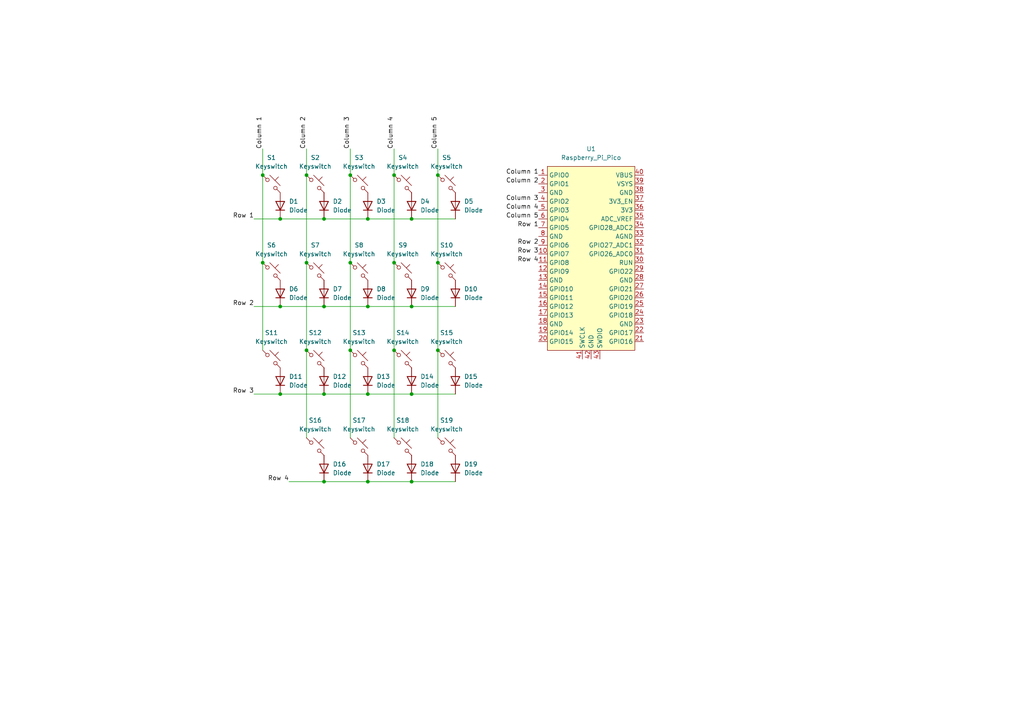
<source format=kicad_sch>
(kicad_sch
	(version 20231120)
	(generator "eeschema")
	(generator_version "8.0")
	(uuid "3db318f1-0973-4952-801f-d2fc9afda17d")
	(paper "A4")
	(lib_symbols
		(symbol "ScottoKeebs:MCU_Raspberry_Pi_Pico"
			(exclude_from_sim no)
			(in_bom yes)
			(on_board yes)
			(property "Reference" "U"
				(at 0 0 0)
				(effects
					(font
						(size 1.27 1.27)
					)
				)
			)
			(property "Value" "Raspberry_Pi_Pico"
				(at 0 27.94 0)
				(effects
					(font
						(size 1.27 1.27)
					)
				)
			)
			(property "Footprint" "ScottoKeebs_MCU:Raspberry_Pi_Pico"
				(at 0 30.48 0)
				(effects
					(font
						(size 1.27 1.27)
					)
					(hide yes)
				)
			)
			(property "Datasheet" ""
				(at 0 0 0)
				(effects
					(font
						(size 1.27 1.27)
					)
					(hide yes)
				)
			)
			(property "Description" ""
				(at 0 0 0)
				(effects
					(font
						(size 1.27 1.27)
					)
					(hide yes)
				)
			)
			(symbol "MCU_Raspberry_Pi_Pico_0_1"
				(rectangle
					(start -12.7 26.67)
					(end 12.7 -26.67)
					(stroke
						(width 0)
						(type default)
					)
					(fill
						(type background)
					)
				)
			)
			(symbol "MCU_Raspberry_Pi_Pico_1_1"
				(pin bidirectional line
					(at -15.24 24.13 0)
					(length 2.54)
					(name "GPIO0"
						(effects
							(font
								(size 1.27 1.27)
							)
						)
					)
					(number "1"
						(effects
							(font
								(size 1.27 1.27)
							)
						)
					)
				)
				(pin bidirectional line
					(at -15.24 1.27 0)
					(length 2.54)
					(name "GPIO7"
						(effects
							(font
								(size 1.27 1.27)
							)
						)
					)
					(number "10"
						(effects
							(font
								(size 1.27 1.27)
							)
						)
					)
				)
				(pin bidirectional line
					(at -15.24 -1.27 0)
					(length 2.54)
					(name "GPIO8"
						(effects
							(font
								(size 1.27 1.27)
							)
						)
					)
					(number "11"
						(effects
							(font
								(size 1.27 1.27)
							)
						)
					)
				)
				(pin bidirectional line
					(at -15.24 -3.81 0)
					(length 2.54)
					(name "GPIO9"
						(effects
							(font
								(size 1.27 1.27)
							)
						)
					)
					(number "12"
						(effects
							(font
								(size 1.27 1.27)
							)
						)
					)
				)
				(pin power_in line
					(at -15.24 -6.35 0)
					(length 2.54)
					(name "GND"
						(effects
							(font
								(size 1.27 1.27)
							)
						)
					)
					(number "13"
						(effects
							(font
								(size 1.27 1.27)
							)
						)
					)
				)
				(pin bidirectional line
					(at -15.24 -8.89 0)
					(length 2.54)
					(name "GPIO10"
						(effects
							(font
								(size 1.27 1.27)
							)
						)
					)
					(number "14"
						(effects
							(font
								(size 1.27 1.27)
							)
						)
					)
				)
				(pin bidirectional line
					(at -15.24 -11.43 0)
					(length 2.54)
					(name "GPIO11"
						(effects
							(font
								(size 1.27 1.27)
							)
						)
					)
					(number "15"
						(effects
							(font
								(size 1.27 1.27)
							)
						)
					)
				)
				(pin bidirectional line
					(at -15.24 -13.97 0)
					(length 2.54)
					(name "GPIO12"
						(effects
							(font
								(size 1.27 1.27)
							)
						)
					)
					(number "16"
						(effects
							(font
								(size 1.27 1.27)
							)
						)
					)
				)
				(pin bidirectional line
					(at -15.24 -16.51 0)
					(length 2.54)
					(name "GPIO13"
						(effects
							(font
								(size 1.27 1.27)
							)
						)
					)
					(number "17"
						(effects
							(font
								(size 1.27 1.27)
							)
						)
					)
				)
				(pin power_in line
					(at -15.24 -19.05 0)
					(length 2.54)
					(name "GND"
						(effects
							(font
								(size 1.27 1.27)
							)
						)
					)
					(number "18"
						(effects
							(font
								(size 1.27 1.27)
							)
						)
					)
				)
				(pin bidirectional line
					(at -15.24 -21.59 0)
					(length 2.54)
					(name "GPIO14"
						(effects
							(font
								(size 1.27 1.27)
							)
						)
					)
					(number "19"
						(effects
							(font
								(size 1.27 1.27)
							)
						)
					)
				)
				(pin bidirectional line
					(at -15.24 21.59 0)
					(length 2.54)
					(name "GPIO1"
						(effects
							(font
								(size 1.27 1.27)
							)
						)
					)
					(number "2"
						(effects
							(font
								(size 1.27 1.27)
							)
						)
					)
				)
				(pin bidirectional line
					(at -15.24 -24.13 0)
					(length 2.54)
					(name "GPIO15"
						(effects
							(font
								(size 1.27 1.27)
							)
						)
					)
					(number "20"
						(effects
							(font
								(size 1.27 1.27)
							)
						)
					)
				)
				(pin bidirectional line
					(at 15.24 -24.13 180)
					(length 2.54)
					(name "GPIO16"
						(effects
							(font
								(size 1.27 1.27)
							)
						)
					)
					(number "21"
						(effects
							(font
								(size 1.27 1.27)
							)
						)
					)
				)
				(pin bidirectional line
					(at 15.24 -21.59 180)
					(length 2.54)
					(name "GPIO17"
						(effects
							(font
								(size 1.27 1.27)
							)
						)
					)
					(number "22"
						(effects
							(font
								(size 1.27 1.27)
							)
						)
					)
				)
				(pin power_in line
					(at 15.24 -19.05 180)
					(length 2.54)
					(name "GND"
						(effects
							(font
								(size 1.27 1.27)
							)
						)
					)
					(number "23"
						(effects
							(font
								(size 1.27 1.27)
							)
						)
					)
				)
				(pin bidirectional line
					(at 15.24 -16.51 180)
					(length 2.54)
					(name "GPIO18"
						(effects
							(font
								(size 1.27 1.27)
							)
						)
					)
					(number "24"
						(effects
							(font
								(size 1.27 1.27)
							)
						)
					)
				)
				(pin bidirectional line
					(at 15.24 -13.97 180)
					(length 2.54)
					(name "GPIO19"
						(effects
							(font
								(size 1.27 1.27)
							)
						)
					)
					(number "25"
						(effects
							(font
								(size 1.27 1.27)
							)
						)
					)
				)
				(pin bidirectional line
					(at 15.24 -11.43 180)
					(length 2.54)
					(name "GPIO20"
						(effects
							(font
								(size 1.27 1.27)
							)
						)
					)
					(number "26"
						(effects
							(font
								(size 1.27 1.27)
							)
						)
					)
				)
				(pin bidirectional line
					(at 15.24 -8.89 180)
					(length 2.54)
					(name "GPIO21"
						(effects
							(font
								(size 1.27 1.27)
							)
						)
					)
					(number "27"
						(effects
							(font
								(size 1.27 1.27)
							)
						)
					)
				)
				(pin power_in line
					(at 15.24 -6.35 180)
					(length 2.54)
					(name "GND"
						(effects
							(font
								(size 1.27 1.27)
							)
						)
					)
					(number "28"
						(effects
							(font
								(size 1.27 1.27)
							)
						)
					)
				)
				(pin bidirectional line
					(at 15.24 -3.81 180)
					(length 2.54)
					(name "GPIO22"
						(effects
							(font
								(size 1.27 1.27)
							)
						)
					)
					(number "29"
						(effects
							(font
								(size 1.27 1.27)
							)
						)
					)
				)
				(pin power_in line
					(at -15.24 19.05 0)
					(length 2.54)
					(name "GND"
						(effects
							(font
								(size 1.27 1.27)
							)
						)
					)
					(number "3"
						(effects
							(font
								(size 1.27 1.27)
							)
						)
					)
				)
				(pin input line
					(at 15.24 -1.27 180)
					(length 2.54)
					(name "RUN"
						(effects
							(font
								(size 1.27 1.27)
							)
						)
					)
					(number "30"
						(effects
							(font
								(size 1.27 1.27)
							)
						)
					)
				)
				(pin bidirectional line
					(at 15.24 1.27 180)
					(length 2.54)
					(name "GPIO26_ADC0"
						(effects
							(font
								(size 1.27 1.27)
							)
						)
					)
					(number "31"
						(effects
							(font
								(size 1.27 1.27)
							)
						)
					)
				)
				(pin bidirectional line
					(at 15.24 3.81 180)
					(length 2.54)
					(name "GPIO27_ADC1"
						(effects
							(font
								(size 1.27 1.27)
							)
						)
					)
					(number "32"
						(effects
							(font
								(size 1.27 1.27)
							)
						)
					)
				)
				(pin power_in line
					(at 15.24 6.35 180)
					(length 2.54)
					(name "AGND"
						(effects
							(font
								(size 1.27 1.27)
							)
						)
					)
					(number "33"
						(effects
							(font
								(size 1.27 1.27)
							)
						)
					)
				)
				(pin bidirectional line
					(at 15.24 8.89 180)
					(length 2.54)
					(name "GPIO28_ADC2"
						(effects
							(font
								(size 1.27 1.27)
							)
						)
					)
					(number "34"
						(effects
							(font
								(size 1.27 1.27)
							)
						)
					)
				)
				(pin power_in line
					(at 15.24 11.43 180)
					(length 2.54)
					(name "ADC_VREF"
						(effects
							(font
								(size 1.27 1.27)
							)
						)
					)
					(number "35"
						(effects
							(font
								(size 1.27 1.27)
							)
						)
					)
				)
				(pin power_in line
					(at 15.24 13.97 180)
					(length 2.54)
					(name "3V3"
						(effects
							(font
								(size 1.27 1.27)
							)
						)
					)
					(number "36"
						(effects
							(font
								(size 1.27 1.27)
							)
						)
					)
				)
				(pin input line
					(at 15.24 16.51 180)
					(length 2.54)
					(name "3V3_EN"
						(effects
							(font
								(size 1.27 1.27)
							)
						)
					)
					(number "37"
						(effects
							(font
								(size 1.27 1.27)
							)
						)
					)
				)
				(pin bidirectional line
					(at 15.24 19.05 180)
					(length 2.54)
					(name "GND"
						(effects
							(font
								(size 1.27 1.27)
							)
						)
					)
					(number "38"
						(effects
							(font
								(size 1.27 1.27)
							)
						)
					)
				)
				(pin power_in line
					(at 15.24 21.59 180)
					(length 2.54)
					(name "VSYS"
						(effects
							(font
								(size 1.27 1.27)
							)
						)
					)
					(number "39"
						(effects
							(font
								(size 1.27 1.27)
							)
						)
					)
				)
				(pin bidirectional line
					(at -15.24 16.51 0)
					(length 2.54)
					(name "GPIO2"
						(effects
							(font
								(size 1.27 1.27)
							)
						)
					)
					(number "4"
						(effects
							(font
								(size 1.27 1.27)
							)
						)
					)
				)
				(pin power_in line
					(at 15.24 24.13 180)
					(length 2.54)
					(name "VBUS"
						(effects
							(font
								(size 1.27 1.27)
							)
						)
					)
					(number "40"
						(effects
							(font
								(size 1.27 1.27)
							)
						)
					)
				)
				(pin input line
					(at -2.54 -29.21 90)
					(length 2.54)
					(name "SWCLK"
						(effects
							(font
								(size 1.27 1.27)
							)
						)
					)
					(number "41"
						(effects
							(font
								(size 1.27 1.27)
							)
						)
					)
				)
				(pin power_in line
					(at 0 -29.21 90)
					(length 2.54)
					(name "GND"
						(effects
							(font
								(size 1.27 1.27)
							)
						)
					)
					(number "42"
						(effects
							(font
								(size 1.27 1.27)
							)
						)
					)
				)
				(pin bidirectional line
					(at 2.54 -29.21 90)
					(length 2.54)
					(name "SWDIO"
						(effects
							(font
								(size 1.27 1.27)
							)
						)
					)
					(number "43"
						(effects
							(font
								(size 1.27 1.27)
							)
						)
					)
				)
				(pin bidirectional line
					(at -15.24 13.97 0)
					(length 2.54)
					(name "GPIO3"
						(effects
							(font
								(size 1.27 1.27)
							)
						)
					)
					(number "5"
						(effects
							(font
								(size 1.27 1.27)
							)
						)
					)
				)
				(pin bidirectional line
					(at -15.24 11.43 0)
					(length 2.54)
					(name "GPIO4"
						(effects
							(font
								(size 1.27 1.27)
							)
						)
					)
					(number "6"
						(effects
							(font
								(size 1.27 1.27)
							)
						)
					)
				)
				(pin bidirectional line
					(at -15.24 8.89 0)
					(length 2.54)
					(name "GPIO5"
						(effects
							(font
								(size 1.27 1.27)
							)
						)
					)
					(number "7"
						(effects
							(font
								(size 1.27 1.27)
							)
						)
					)
				)
				(pin power_in line
					(at -15.24 6.35 0)
					(length 2.54)
					(name "GND"
						(effects
							(font
								(size 1.27 1.27)
							)
						)
					)
					(number "8"
						(effects
							(font
								(size 1.27 1.27)
							)
						)
					)
				)
				(pin bidirectional line
					(at -15.24 3.81 0)
					(length 2.54)
					(name "GPIO6"
						(effects
							(font
								(size 1.27 1.27)
							)
						)
					)
					(number "9"
						(effects
							(font
								(size 1.27 1.27)
							)
						)
					)
				)
			)
		)
		(symbol "ScottoKeebs:Placeholder_Diode"
			(pin_numbers hide)
			(pin_names hide)
			(exclude_from_sim no)
			(in_bom yes)
			(on_board yes)
			(property "Reference" "D"
				(at 0 2.54 0)
				(effects
					(font
						(size 1.27 1.27)
					)
				)
			)
			(property "Value" "Diode"
				(at 0 -2.54 0)
				(effects
					(font
						(size 1.27 1.27)
					)
				)
			)
			(property "Footprint" ""
				(at 0 0 0)
				(effects
					(font
						(size 1.27 1.27)
					)
					(hide yes)
				)
			)
			(property "Datasheet" ""
				(at 0 0 0)
				(effects
					(font
						(size 1.27 1.27)
					)
					(hide yes)
				)
			)
			(property "Description" "1N4148 (DO-35) or 1N4148W (SOD-123)"
				(at 0 0 0)
				(effects
					(font
						(size 1.27 1.27)
					)
					(hide yes)
				)
			)
			(property "Sim.Device" "D"
				(at 0 0 0)
				(effects
					(font
						(size 1.27 1.27)
					)
					(hide yes)
				)
			)
			(property "Sim.Pins" "1=K 2=A"
				(at 0 0 0)
				(effects
					(font
						(size 1.27 1.27)
					)
					(hide yes)
				)
			)
			(property "ki_keywords" "diode"
				(at 0 0 0)
				(effects
					(font
						(size 1.27 1.27)
					)
					(hide yes)
				)
			)
			(property "ki_fp_filters" "D*DO?35*"
				(at 0 0 0)
				(effects
					(font
						(size 1.27 1.27)
					)
					(hide yes)
				)
			)
			(symbol "Placeholder_Diode_0_1"
				(polyline
					(pts
						(xy -1.27 1.27) (xy -1.27 -1.27)
					)
					(stroke
						(width 0.254)
						(type default)
					)
					(fill
						(type none)
					)
				)
				(polyline
					(pts
						(xy 1.27 0) (xy -1.27 0)
					)
					(stroke
						(width 0)
						(type default)
					)
					(fill
						(type none)
					)
				)
				(polyline
					(pts
						(xy 1.27 1.27) (xy 1.27 -1.27) (xy -1.27 0) (xy 1.27 1.27)
					)
					(stroke
						(width 0.254)
						(type default)
					)
					(fill
						(type none)
					)
				)
			)
			(symbol "Placeholder_Diode_1_1"
				(pin passive line
					(at -3.81 0 0)
					(length 2.54)
					(name "K"
						(effects
							(font
								(size 1.27 1.27)
							)
						)
					)
					(number "1"
						(effects
							(font
								(size 1.27 1.27)
							)
						)
					)
				)
				(pin passive line
					(at 3.81 0 180)
					(length 2.54)
					(name "A"
						(effects
							(font
								(size 1.27 1.27)
							)
						)
					)
					(number "2"
						(effects
							(font
								(size 1.27 1.27)
							)
						)
					)
				)
			)
		)
		(symbol "ScottoKeebs:Placeholder_Keyswitch"
			(pin_numbers hide)
			(pin_names
				(offset 1.016) hide)
			(exclude_from_sim no)
			(in_bom yes)
			(on_board yes)
			(property "Reference" "S"
				(at 3.048 1.016 0)
				(effects
					(font
						(size 1.27 1.27)
					)
					(justify left)
				)
			)
			(property "Value" "Keyswitch"
				(at 0 -3.81 0)
				(effects
					(font
						(size 1.27 1.27)
					)
				)
			)
			(property "Footprint" ""
				(at 0 0 0)
				(effects
					(font
						(size 1.27 1.27)
					)
					(hide yes)
				)
			)
			(property "Datasheet" "~"
				(at 0 0 0)
				(effects
					(font
						(size 1.27 1.27)
					)
					(hide yes)
				)
			)
			(property "Description" "Push button switch, normally open, two pins, 45° tilted"
				(at 0 0 0)
				(effects
					(font
						(size 1.27 1.27)
					)
					(hide yes)
				)
			)
			(property "ki_keywords" "switch normally-open pushbutton push-button"
				(at 0 0 0)
				(effects
					(font
						(size 1.27 1.27)
					)
					(hide yes)
				)
			)
			(symbol "Placeholder_Keyswitch_0_1"
				(circle
					(center -1.1684 1.1684)
					(radius 0.508)
					(stroke
						(width 0)
						(type default)
					)
					(fill
						(type none)
					)
				)
				(polyline
					(pts
						(xy -0.508 2.54) (xy 2.54 -0.508)
					)
					(stroke
						(width 0)
						(type default)
					)
					(fill
						(type none)
					)
				)
				(polyline
					(pts
						(xy 1.016 1.016) (xy 2.032 2.032)
					)
					(stroke
						(width 0)
						(type default)
					)
					(fill
						(type none)
					)
				)
				(polyline
					(pts
						(xy -2.54 2.54) (xy -1.524 1.524) (xy -1.524 1.524)
					)
					(stroke
						(width 0)
						(type default)
					)
					(fill
						(type none)
					)
				)
				(polyline
					(pts
						(xy 1.524 -1.524) (xy 2.54 -2.54) (xy 2.54 -2.54) (xy 2.54 -2.54)
					)
					(stroke
						(width 0)
						(type default)
					)
					(fill
						(type none)
					)
				)
				(circle
					(center 1.143 -1.1938)
					(radius 0.508)
					(stroke
						(width 0)
						(type default)
					)
					(fill
						(type none)
					)
				)
				(pin passive line
					(at -2.54 2.54 0)
					(length 0)
					(name "1"
						(effects
							(font
								(size 1.27 1.27)
							)
						)
					)
					(number "1"
						(effects
							(font
								(size 1.27 1.27)
							)
						)
					)
				)
				(pin passive line
					(at 2.54 -2.54 180)
					(length 0)
					(name "2"
						(effects
							(font
								(size 1.27 1.27)
							)
						)
					)
					(number "2"
						(effects
							(font
								(size 1.27 1.27)
							)
						)
					)
				)
			)
		)
	)
	(junction
		(at 93.98 114.3)
		(diameter 0)
		(color 0 0 0 0)
		(uuid "14de7b0b-33c9-485f-8d4c-5fa99439d1ed")
	)
	(junction
		(at 127 76.2)
		(diameter 0)
		(color 0 0 0 0)
		(uuid "2d1ec3f5-33b0-427c-ba57-ff5af610b22a")
	)
	(junction
		(at 127 50.8)
		(diameter 0)
		(color 0 0 0 0)
		(uuid "3f7fbb4e-efe7-4366-b6df-4db262fd7255")
	)
	(junction
		(at 88.9 76.2)
		(diameter 0)
		(color 0 0 0 0)
		(uuid "44e70fff-ca4b-4558-b862-fe1df949cc14")
	)
	(junction
		(at 81.28 63.5)
		(diameter 0)
		(color 0 0 0 0)
		(uuid "48155402-51b7-4cc2-a7a2-1010895e1066")
	)
	(junction
		(at 119.38 139.7)
		(diameter 0)
		(color 0 0 0 0)
		(uuid "4d7e9ced-113c-45f6-bb8e-7ccf2b534f4c")
	)
	(junction
		(at 127 101.6)
		(diameter 0)
		(color 0 0 0 0)
		(uuid "6a175263-d426-4dad-980f-5beb273f69e1")
	)
	(junction
		(at 114.3 101.6)
		(diameter 0)
		(color 0 0 0 0)
		(uuid "6db877c2-ec0b-45dd-9f9f-98da4a2a50d5")
	)
	(junction
		(at 76.2 50.8)
		(diameter 0)
		(color 0 0 0 0)
		(uuid "711db98d-5a2e-49da-b0b5-7b6509b0c072")
	)
	(junction
		(at 119.38 114.3)
		(diameter 0)
		(color 0 0 0 0)
		(uuid "76fdaa96-2a25-4662-a30f-aebbeecdc9d6")
	)
	(junction
		(at 114.3 50.8)
		(diameter 0)
		(color 0 0 0 0)
		(uuid "79f2a9e0-4689-4f62-9599-2ab7d23219d1")
	)
	(junction
		(at 106.68 63.5)
		(diameter 0)
		(color 0 0 0 0)
		(uuid "7c5413a8-76f6-4475-bc07-1cd0fe0afb35")
	)
	(junction
		(at 119.38 63.5)
		(diameter 0)
		(color 0 0 0 0)
		(uuid "867831d5-26a6-49ee-a09f-5a6f2c713c9d")
	)
	(junction
		(at 93.98 88.9)
		(diameter 0)
		(color 0 0 0 0)
		(uuid "86f6f799-7093-4bd6-a5ad-17aeff9a0ea0")
	)
	(junction
		(at 88.9 50.8)
		(diameter 0)
		(color 0 0 0 0)
		(uuid "8ee97212-00e5-4aaa-b241-e167d2736d48")
	)
	(junction
		(at 106.68 114.3)
		(diameter 0)
		(color 0 0 0 0)
		(uuid "97d5c3a5-2e04-45d7-9bb1-fe51aecdef7f")
	)
	(junction
		(at 119.38 88.9)
		(diameter 0)
		(color 0 0 0 0)
		(uuid "987fdeec-722b-42c8-b777-817bb87eb1fc")
	)
	(junction
		(at 76.2 76.2)
		(diameter 0)
		(color 0 0 0 0)
		(uuid "9babd739-c90f-4294-afc6-b016becdfcb3")
	)
	(junction
		(at 101.6 101.6)
		(diameter 0)
		(color 0 0 0 0)
		(uuid "9d9c2c47-8c34-454e-a22c-4d03a51b8cf0")
	)
	(junction
		(at 81.28 114.3)
		(diameter 0)
		(color 0 0 0 0)
		(uuid "aeb6e6ef-5584-4590-a1b8-6fdb2987084e")
	)
	(junction
		(at 93.98 139.7)
		(diameter 0)
		(color 0 0 0 0)
		(uuid "b6c90222-2fe2-455c-8ec3-25e47b48558c")
	)
	(junction
		(at 101.6 50.8)
		(diameter 0)
		(color 0 0 0 0)
		(uuid "db52fc32-041f-42ee-b63c-d0b195ad67ff")
	)
	(junction
		(at 101.6 76.2)
		(diameter 0)
		(color 0 0 0 0)
		(uuid "e2d796f4-b37c-43b2-9721-00db21e4af4f")
	)
	(junction
		(at 93.98 63.5)
		(diameter 0)
		(color 0 0 0 0)
		(uuid "e762980f-efca-4b08-9b68-ab0cf4f576fa")
	)
	(junction
		(at 88.9 101.6)
		(diameter 0)
		(color 0 0 0 0)
		(uuid "e97c79c5-f9c0-482d-a54c-c9b7ff5be615")
	)
	(junction
		(at 114.3 76.2)
		(diameter 0)
		(color 0 0 0 0)
		(uuid "ed1d137f-f66f-4a6b-bf26-6c5ad614e3d0")
	)
	(junction
		(at 81.28 88.9)
		(diameter 0)
		(color 0 0 0 0)
		(uuid "f140198a-3f14-4376-b740-9d5fef100008")
	)
	(junction
		(at 106.68 88.9)
		(diameter 0)
		(color 0 0 0 0)
		(uuid "f2e0fda3-7c9d-4c1c-800a-a1df8d66c4e2")
	)
	(junction
		(at 106.68 139.7)
		(diameter 0)
		(color 0 0 0 0)
		(uuid "f5852e22-9430-4c5d-9986-e3db60fa6ff4")
	)
	(wire
		(pts
			(xy 119.38 88.9) (xy 132.08 88.9)
		)
		(stroke
			(width 0)
			(type default)
		)
		(uuid "0845d66c-3239-4db7-aaf1-cf2dbe91d3f3")
	)
	(wire
		(pts
			(xy 114.3 76.2) (xy 114.3 101.6)
		)
		(stroke
			(width 0)
			(type default)
		)
		(uuid "0bc9cd26-3d35-47ab-aae6-95e98f8945ed")
	)
	(wire
		(pts
			(xy 73.66 114.3) (xy 81.28 114.3)
		)
		(stroke
			(width 0)
			(type default)
		)
		(uuid "0c911f1a-8695-44e6-9410-ad5c367d5a4c")
	)
	(wire
		(pts
			(xy 93.98 139.7) (xy 106.68 139.7)
		)
		(stroke
			(width 0)
			(type default)
		)
		(uuid "16381165-4eff-4a37-8f86-02c474924019")
	)
	(wire
		(pts
			(xy 106.68 63.5) (xy 119.38 63.5)
		)
		(stroke
			(width 0)
			(type default)
		)
		(uuid "23de99a7-d7f0-4c5a-ad88-4ce07c9da44f")
	)
	(wire
		(pts
			(xy 101.6 76.2) (xy 101.6 101.6)
		)
		(stroke
			(width 0)
			(type default)
		)
		(uuid "25302456-f7c4-4707-b346-56723a212c23")
	)
	(wire
		(pts
			(xy 88.9 43.18) (xy 88.9 50.8)
		)
		(stroke
			(width 0)
			(type default)
		)
		(uuid "35b19b42-3b7d-4f93-98f2-b46733fcc568")
	)
	(wire
		(pts
			(xy 119.38 63.5) (xy 132.08 63.5)
		)
		(stroke
			(width 0)
			(type default)
		)
		(uuid "3bfbcb99-67b6-4360-a758-585cc4df2d4f")
	)
	(wire
		(pts
			(xy 106.68 114.3) (xy 119.38 114.3)
		)
		(stroke
			(width 0)
			(type default)
		)
		(uuid "4124d6f1-95b5-4059-8487-6cdf03e7d245")
	)
	(wire
		(pts
			(xy 88.9 50.8) (xy 88.9 76.2)
		)
		(stroke
			(width 0)
			(type default)
		)
		(uuid "4b3e4335-e7f7-44fe-a50f-f09507c578cf")
	)
	(wire
		(pts
			(xy 76.2 76.2) (xy 76.2 101.6)
		)
		(stroke
			(width 0)
			(type default)
		)
		(uuid "4c9c1228-031e-4bc0-934e-62455311cdb3")
	)
	(wire
		(pts
			(xy 93.98 114.3) (xy 106.68 114.3)
		)
		(stroke
			(width 0)
			(type default)
		)
		(uuid "501fcf5d-597f-4b34-bfed-054245f5dd51")
	)
	(wire
		(pts
			(xy 127 43.18) (xy 127 50.8)
		)
		(stroke
			(width 0)
			(type default)
		)
		(uuid "607ca66e-aa14-4057-a34f-f29b3cd74987")
	)
	(wire
		(pts
			(xy 106.68 139.7) (xy 119.38 139.7)
		)
		(stroke
			(width 0)
			(type default)
		)
		(uuid "657da1e8-b901-40ca-8926-e1b03f00f187")
	)
	(wire
		(pts
			(xy 83.82 139.7) (xy 93.98 139.7)
		)
		(stroke
			(width 0)
			(type default)
		)
		(uuid "686416d3-6b3b-4300-a45d-de40067c5d2b")
	)
	(wire
		(pts
			(xy 106.68 88.9) (xy 119.38 88.9)
		)
		(stroke
			(width 0)
			(type default)
		)
		(uuid "6ffe2f79-648a-4572-93fd-9851a0bde556")
	)
	(wire
		(pts
			(xy 114.3 101.6) (xy 114.3 127)
		)
		(stroke
			(width 0)
			(type default)
		)
		(uuid "75d04b1a-e507-4d46-9640-1338e22b8628")
	)
	(wire
		(pts
			(xy 73.66 88.9) (xy 81.28 88.9)
		)
		(stroke
			(width 0)
			(type default)
		)
		(uuid "7a0c15e1-a6bc-4cc0-b7bd-4b09f7cbdf38")
	)
	(wire
		(pts
			(xy 81.28 114.3) (xy 93.98 114.3)
		)
		(stroke
			(width 0)
			(type default)
		)
		(uuid "84d61ec7-25bd-461d-a2c9-68a23ba2f1e7")
	)
	(wire
		(pts
			(xy 76.2 43.18) (xy 76.2 50.8)
		)
		(stroke
			(width 0)
			(type default)
		)
		(uuid "889f1270-1e02-4fec-8b3c-8cda7aaa4a93")
	)
	(wire
		(pts
			(xy 101.6 43.18) (xy 101.6 50.8)
		)
		(stroke
			(width 0)
			(type default)
		)
		(uuid "88ead541-8a16-41a5-98f2-7956f9642828")
	)
	(wire
		(pts
			(xy 101.6 101.6) (xy 101.6 127)
		)
		(stroke
			(width 0)
			(type default)
		)
		(uuid "8d07c568-7fd6-4f43-92d5-bc7009c83506")
	)
	(wire
		(pts
			(xy 119.38 139.7) (xy 132.08 139.7)
		)
		(stroke
			(width 0)
			(type default)
		)
		(uuid "8e2491f1-b096-4d7a-84d4-50a792141e18")
	)
	(wire
		(pts
			(xy 93.98 63.5) (xy 106.68 63.5)
		)
		(stroke
			(width 0)
			(type default)
		)
		(uuid "93c465ab-c647-4972-b91e-d3086d4b991d")
	)
	(wire
		(pts
			(xy 127 76.2) (xy 127 101.6)
		)
		(stroke
			(width 0)
			(type default)
		)
		(uuid "9aaf4513-6073-4fa6-8c7d-76506c441347")
	)
	(wire
		(pts
			(xy 119.38 114.3) (xy 132.08 114.3)
		)
		(stroke
			(width 0)
			(type default)
		)
		(uuid "9b2593b0-16b1-4b33-b4ca-db1d4f270790")
	)
	(wire
		(pts
			(xy 88.9 101.6) (xy 88.9 127)
		)
		(stroke
			(width 0)
			(type default)
		)
		(uuid "ab54cb6e-041d-479b-8e84-bc8055c7f7e6")
	)
	(wire
		(pts
			(xy 76.2 50.8) (xy 76.2 76.2)
		)
		(stroke
			(width 0)
			(type default)
		)
		(uuid "af359525-a5e3-48f3-96fd-8e581ac583a1")
	)
	(wire
		(pts
			(xy 114.3 50.8) (xy 114.3 76.2)
		)
		(stroke
			(width 0)
			(type default)
		)
		(uuid "b47de1a7-0a49-4b8c-aa9f-669c1fbcba60")
	)
	(wire
		(pts
			(xy 73.66 63.5) (xy 81.28 63.5)
		)
		(stroke
			(width 0)
			(type default)
		)
		(uuid "bdad5cbf-cc40-4bde-8bfa-e28d4cafe4de")
	)
	(wire
		(pts
			(xy 127 50.8) (xy 127 76.2)
		)
		(stroke
			(width 0)
			(type default)
		)
		(uuid "bffe7e13-2c1b-44e2-8f99-2231f2537099")
	)
	(wire
		(pts
			(xy 88.9 76.2) (xy 88.9 101.6)
		)
		(stroke
			(width 0)
			(type default)
		)
		(uuid "c05ad898-ecb3-4a53-b44a-2aea0c055f92")
	)
	(wire
		(pts
			(xy 81.28 63.5) (xy 93.98 63.5)
		)
		(stroke
			(width 0)
			(type default)
		)
		(uuid "d1db94df-fe30-4114-bc97-c01157e6c149")
	)
	(wire
		(pts
			(xy 127 101.6) (xy 127 127)
		)
		(stroke
			(width 0)
			(type default)
		)
		(uuid "d5b309ab-a02f-4535-b9ae-4b654b522613")
	)
	(wire
		(pts
			(xy 101.6 50.8) (xy 101.6 76.2)
		)
		(stroke
			(width 0)
			(type default)
		)
		(uuid "e5978991-cc3d-4ae5-8d63-f4d1679007e0")
	)
	(wire
		(pts
			(xy 81.28 88.9) (xy 93.98 88.9)
		)
		(stroke
			(width 0)
			(type default)
		)
		(uuid "e6882a46-7534-4764-b0f3-fc4c61fd9bc8")
	)
	(wire
		(pts
			(xy 93.98 88.9) (xy 106.68 88.9)
		)
		(stroke
			(width 0)
			(type default)
		)
		(uuid "f23a37e3-3960-43f8-b6ab-6fdeecd2d6b7")
	)
	(wire
		(pts
			(xy 114.3 43.18) (xy 114.3 50.8)
		)
		(stroke
			(width 0)
			(type default)
		)
		(uuid "f803e67e-f9f0-4015-8b67-2dd99d193d5d")
	)
	(label "Column 4"
		(at 114.3 43.18 90)
		(fields_autoplaced yes)
		(effects
			(font
				(size 1.27 1.27)
			)
			(justify left bottom)
		)
		(uuid "01837b86-8b48-4c73-a83e-67752d6337a3")
	)
	(label "Row 3"
		(at 156.21 73.66 180)
		(fields_autoplaced yes)
		(effects
			(font
				(size 1.27 1.27)
			)
			(justify right bottom)
		)
		(uuid "04a65f8a-1125-4467-b012-08f91ce260cf")
	)
	(label "Row 2"
		(at 73.66 88.9 180)
		(fields_autoplaced yes)
		(effects
			(font
				(size 1.27 1.27)
			)
			(justify right bottom)
		)
		(uuid "1d5fbe8a-580f-4e9f-b282-d2eca18c2ec7")
	)
	(label "Column 1"
		(at 156.21 50.8 180)
		(fields_autoplaced yes)
		(effects
			(font
				(size 1.27 1.27)
			)
			(justify right bottom)
		)
		(uuid "25c7f402-ec90-4f5a-980b-a2a96b3b8f3f")
	)
	(label "Column 5"
		(at 156.21 63.5 180)
		(fields_autoplaced yes)
		(effects
			(font
				(size 1.27 1.27)
			)
			(justify right bottom)
		)
		(uuid "2f48537b-a549-4eca-926e-175a2d4dfdb8")
	)
	(label "Row 4"
		(at 83.82 139.7 180)
		(fields_autoplaced yes)
		(effects
			(font
				(size 1.27 1.27)
			)
			(justify right bottom)
		)
		(uuid "7829ed85-c831-4fd9-8e9e-8a23ad2db13c")
	)
	(label "Column 4"
		(at 156.21 60.96 180)
		(fields_autoplaced yes)
		(effects
			(font
				(size 1.27 1.27)
			)
			(justify right bottom)
		)
		(uuid "790fbecf-6445-4af0-898a-8bf091551fde")
	)
	(label "Row 1"
		(at 73.66 63.5 180)
		(fields_autoplaced yes)
		(effects
			(font
				(size 1.27 1.27)
			)
			(justify right bottom)
		)
		(uuid "832a534b-f959-4c17-be61-db6764aabd25")
	)
	(label "Row 4"
		(at 156.21 76.2 180)
		(fields_autoplaced yes)
		(effects
			(font
				(size 1.27 1.27)
			)
			(justify right bottom)
		)
		(uuid "85879c5f-7349-4bc8-8a32-fce6791bab89")
	)
	(label "Column 1"
		(at 76.2 43.18 90)
		(fields_autoplaced yes)
		(effects
			(font
				(size 1.27 1.27)
			)
			(justify left bottom)
		)
		(uuid "92e9846a-c2de-4255-8dd5-fab7d7c156c0")
	)
	(label "Row 2"
		(at 156.21 71.12 180)
		(fields_autoplaced yes)
		(effects
			(font
				(size 1.27 1.27)
			)
			(justify right bottom)
		)
		(uuid "a97b4f33-e689-4386-b1b4-b0056c14d0ab")
	)
	(label "Column 3"
		(at 156.21 58.42 180)
		(fields_autoplaced yes)
		(effects
			(font
				(size 1.27 1.27)
			)
			(justify right bottom)
		)
		(uuid "aad4965a-5be7-4604-8417-327c11dce040")
	)
	(label "Column 3"
		(at 101.6 43.18 90)
		(fields_autoplaced yes)
		(effects
			(font
				(size 1.27 1.27)
			)
			(justify left bottom)
		)
		(uuid "b1abaf2d-e721-4a70-904f-c15c1149c7be")
	)
	(label "Row 1"
		(at 156.21 66.04 180)
		(fields_autoplaced yes)
		(effects
			(font
				(size 1.27 1.27)
			)
			(justify right bottom)
		)
		(uuid "b39b1c9c-3411-4ff2-bf2b-ab15bd58db6a")
	)
	(label "Column 5"
		(at 127 43.18 90)
		(fields_autoplaced yes)
		(effects
			(font
				(size 1.27 1.27)
			)
			(justify left bottom)
		)
		(uuid "b72d9f38-03b6-4bf0-99f5-70263bc1adfe")
	)
	(label "Row 3"
		(at 73.66 114.3 180)
		(fields_autoplaced yes)
		(effects
			(font
				(size 1.27 1.27)
			)
			(justify right bottom)
		)
		(uuid "b823175d-38af-4495-9d7e-c15da5871be0")
	)
	(label "Column 2"
		(at 88.9 43.18 90)
		(fields_autoplaced yes)
		(effects
			(font
				(size 1.27 1.27)
			)
			(justify left bottom)
		)
		(uuid "e1f14bca-ff57-4ea0-bac5-4ed6530dae28")
	)
	(label "Column 2"
		(at 156.21 53.34 180)
		(fields_autoplaced yes)
		(effects
			(font
				(size 1.27 1.27)
			)
			(justify right bottom)
		)
		(uuid "ed3c57af-9974-4889-88e2-0fb07093cb31")
	)
	(symbol
		(lib_id "ScottoKeebs:Placeholder_Diode")
		(at 81.28 59.69 90)
		(unit 1)
		(exclude_from_sim no)
		(in_bom yes)
		(on_board yes)
		(dnp no)
		(fields_autoplaced yes)
		(uuid "0752a569-e2f9-4cda-89c2-f977b5bb79fe")
		(property "Reference" "D1"
			(at 83.82 58.4199 90)
			(effects
				(font
					(size 1.27 1.27)
				)
				(justify right)
			)
		)
		(property "Value" "Diode"
			(at 83.82 60.9599 90)
			(effects
				(font
					(size 1.27 1.27)
				)
				(justify right)
			)
		)
		(property "Footprint" "ScottoKeebs_Components:Diode_DO-35"
			(at 81.28 59.69 0)
			(effects
				(font
					(size 1.27 1.27)
				)
				(hide yes)
			)
		)
		(property "Datasheet" ""
			(at 81.28 59.69 0)
			(effects
				(font
					(size 1.27 1.27)
				)
				(hide yes)
			)
		)
		(property "Description" "1N4148 (DO-35) or 1N4148W (SOD-123)"
			(at 81.28 59.69 0)
			(effects
				(font
					(size 1.27 1.27)
				)
				(hide yes)
			)
		)
		(property "Sim.Device" "D"
			(at 81.28 59.69 0)
			(effects
				(font
					(size 1.27 1.27)
				)
				(hide yes)
			)
		)
		(property "Sim.Pins" "1=K 2=A"
			(at 81.28 59.69 0)
			(effects
				(font
					(size 1.27 1.27)
				)
				(hide yes)
			)
		)
		(pin "1"
			(uuid "17763c90-0e72-437f-980c-9e6fbee53e99")
		)
		(pin "2"
			(uuid "814f98b7-d310-4735-9a1f-8e3423ae5faa")
		)
		(instances
			(project "Keyboard 25% V2"
				(path "/3db318f1-0973-4952-801f-d2fc9afda17d"
					(reference "D1")
					(unit 1)
				)
			)
		)
	)
	(symbol
		(lib_id "ScottoKeebs:Placeholder_Keyswitch")
		(at 104.14 129.54 0)
		(unit 1)
		(exclude_from_sim no)
		(in_bom yes)
		(on_board yes)
		(dnp no)
		(fields_autoplaced yes)
		(uuid "07e95dc6-a4df-46d7-b541-b0071cd8c980")
		(property "Reference" "S17"
			(at 104.14 121.92 0)
			(effects
				(font
					(size 1.27 1.27)
				)
			)
		)
		(property "Value" "Keyswitch"
			(at 104.14 124.46 0)
			(effects
				(font
					(size 1.27 1.27)
				)
			)
		)
		(property "Footprint" "ScottoKeebs_MX:MX_PCB_1.00u"
			(at 104.14 129.54 0)
			(effects
				(font
					(size 1.27 1.27)
				)
				(hide yes)
			)
		)
		(property "Datasheet" "~"
			(at 104.14 129.54 0)
			(effects
				(font
					(size 1.27 1.27)
				)
				(hide yes)
			)
		)
		(property "Description" "Push button switch, normally open, two pins, 45° tilted"
			(at 104.14 129.54 0)
			(effects
				(font
					(size 1.27 1.27)
				)
				(hide yes)
			)
		)
		(pin "2"
			(uuid "d0a0b28a-904b-45e7-80f2-1e0e5a5bc873")
		)
		(pin "1"
			(uuid "4cb6c8e2-061c-412d-81eb-c4b87f222ab8")
		)
		(instances
			(project "Keyboard 25% V2"
				(path "/3db318f1-0973-4952-801f-d2fc9afda17d"
					(reference "S17")
					(unit 1)
				)
			)
		)
	)
	(symbol
		(lib_id "ScottoKeebs:Placeholder_Keyswitch")
		(at 91.44 104.14 0)
		(unit 1)
		(exclude_from_sim no)
		(in_bom yes)
		(on_board yes)
		(dnp no)
		(fields_autoplaced yes)
		(uuid "0e96facf-7891-452f-b6a9-007c54c981e9")
		(property "Reference" "S12"
			(at 91.44 96.52 0)
			(effects
				(font
					(size 1.27 1.27)
				)
			)
		)
		(property "Value" "Keyswitch"
			(at 91.44 99.06 0)
			(effects
				(font
					(size 1.27 1.27)
				)
			)
		)
		(property "Footprint" "ScottoKeebs_MX:MX_PCB_1.00u"
			(at 91.44 104.14 0)
			(effects
				(font
					(size 1.27 1.27)
				)
				(hide yes)
			)
		)
		(property "Datasheet" "~"
			(at 91.44 104.14 0)
			(effects
				(font
					(size 1.27 1.27)
				)
				(hide yes)
			)
		)
		(property "Description" "Push button switch, normally open, two pins, 45° tilted"
			(at 91.44 104.14 0)
			(effects
				(font
					(size 1.27 1.27)
				)
				(hide yes)
			)
		)
		(pin "2"
			(uuid "fd2e84cb-7a6b-4964-b6ed-c72c9ec5d2f2")
		)
		(pin "1"
			(uuid "bfe56e8d-523b-4e1c-bf14-0b5266e727c0")
		)
		(instances
			(project "Keyboard 25% V2"
				(path "/3db318f1-0973-4952-801f-d2fc9afda17d"
					(reference "S12")
					(unit 1)
				)
			)
		)
	)
	(symbol
		(lib_id "ScottoKeebs:Placeholder_Diode")
		(at 119.38 135.89 90)
		(unit 1)
		(exclude_from_sim no)
		(in_bom yes)
		(on_board yes)
		(dnp no)
		(fields_autoplaced yes)
		(uuid "11b6d6d0-d8e1-4e78-b5a8-689aa9966abe")
		(property "Reference" "D18"
			(at 121.92 134.6199 90)
			(effects
				(font
					(size 1.27 1.27)
				)
				(justify right)
			)
		)
		(property "Value" "Diode"
			(at 121.92 137.1599 90)
			(effects
				(font
					(size 1.27 1.27)
				)
				(justify right)
			)
		)
		(property "Footprint" "ScottoKeebs_Components:Diode_DO-35"
			(at 119.38 135.89 0)
			(effects
				(font
					(size 1.27 1.27)
				)
				(hide yes)
			)
		)
		(property "Datasheet" ""
			(at 119.38 135.89 0)
			(effects
				(font
					(size 1.27 1.27)
				)
				(hide yes)
			)
		)
		(property "Description" "1N4148 (DO-35) or 1N4148W (SOD-123)"
			(at 119.38 135.89 0)
			(effects
				(font
					(size 1.27 1.27)
				)
				(hide yes)
			)
		)
		(property "Sim.Device" "D"
			(at 119.38 135.89 0)
			(effects
				(font
					(size 1.27 1.27)
				)
				(hide yes)
			)
		)
		(property "Sim.Pins" "1=K 2=A"
			(at 119.38 135.89 0)
			(effects
				(font
					(size 1.27 1.27)
				)
				(hide yes)
			)
		)
		(pin "2"
			(uuid "c22cab95-4dee-4db5-b52c-663cc2c5dd91")
		)
		(pin "1"
			(uuid "6b7cdd3b-f279-492e-bba4-4ac5e7ba5e63")
		)
		(instances
			(project "Keyboard 25% V2"
				(path "/3db318f1-0973-4952-801f-d2fc9afda17d"
					(reference "D18")
					(unit 1)
				)
			)
		)
	)
	(symbol
		(lib_id "ScottoKeebs:MCU_Raspberry_Pi_Pico")
		(at 171.45 74.93 0)
		(unit 1)
		(exclude_from_sim no)
		(in_bom yes)
		(on_board yes)
		(dnp no)
		(fields_autoplaced yes)
		(uuid "12ca4bbd-69e4-40ff-9787-8a976c916837")
		(property "Reference" "U1"
			(at 171.45 43.18 0)
			(effects
				(font
					(size 1.27 1.27)
				)
			)
		)
		(property "Value" "Raspberry_Pi_Pico"
			(at 171.45 45.72 0)
			(effects
				(font
					(size 1.27 1.27)
				)
			)
		)
		(property "Footprint" "ScottoKeebs_MCU:Raspberry_Pi_Pico"
			(at 171.45 44.45 0)
			(effects
				(font
					(size 1.27 1.27)
				)
				(hide yes)
			)
		)
		(property "Datasheet" ""
			(at 171.45 74.93 0)
			(effects
				(font
					(size 1.27 1.27)
				)
				(hide yes)
			)
		)
		(property "Description" ""
			(at 171.45 74.93 0)
			(effects
				(font
					(size 1.27 1.27)
				)
				(hide yes)
			)
		)
		(pin "35"
			(uuid "7a697ec1-7f4e-4c2e-82b9-dba39fa19518")
		)
		(pin "37"
			(uuid "5a8e8328-9be5-43f9-8d7d-1a797c402561")
		)
		(pin "8"
			(uuid "d0ddf0a5-5d03-40ae-a4be-b014aa881e1b")
		)
		(pin "40"
			(uuid "6b3fdffa-c771-41d0-98a7-27ed2289b6df")
		)
		(pin "20"
			(uuid "e017a3fe-1353-46b7-833f-a90ca3f57bd9")
		)
		(pin "22"
			(uuid "186b51c2-f6ec-462f-ac51-545e9c419cb6")
		)
		(pin "28"
			(uuid "a974dd85-9a4a-4397-98e5-ab0ef24574da")
		)
		(pin "1"
			(uuid "aa7f0330-29e6-4715-8ae6-369f06551c01")
		)
		(pin "32"
			(uuid "77e87695-747a-41e2-a6a6-dd3dced69fa1")
		)
		(pin "38"
			(uuid "025f1d49-fa77-4ef9-b8b3-34bbe53eab39")
		)
		(pin "41"
			(uuid "ef8a6637-fdd5-4897-afc3-452c8b93c2e7")
		)
		(pin "14"
			(uuid "7c5722e7-82ef-4d7b-b322-8b3578bfaa6f")
		)
		(pin "30"
			(uuid "02d700e0-2457-4ea1-986f-baf8050d86c3")
		)
		(pin "36"
			(uuid "63c6d50b-2f42-434a-b85d-a8529f0775f2")
		)
		(pin "16"
			(uuid "c3021213-4291-4398-9598-afeb8caca277")
		)
		(pin "7"
			(uuid "9a0423a0-e5e5-4079-8995-497354c8fa2d")
		)
		(pin "9"
			(uuid "65738086-9b6e-4d96-ad27-1853a9025bf5")
		)
		(pin "25"
			(uuid "100f5989-7aac-4195-b68d-16302f4ab139")
		)
		(pin "34"
			(uuid "46223eaf-3170-4883-892a-dd9c768c1b7f")
		)
		(pin "19"
			(uuid "db7407c1-3e75-4e8e-9314-811a808fc2d3")
		)
		(pin "18"
			(uuid "bd464258-3e3c-4283-baaa-b3fb95e3eda9")
		)
		(pin "3"
			(uuid "9ce036b5-ad7c-4787-8920-f8a63ae3cb9f")
		)
		(pin "12"
			(uuid "7e2e4e25-71a9-40d6-adf5-77211c981302")
		)
		(pin "15"
			(uuid "8957a560-7bfb-4ac7-a440-faac23214af7")
		)
		(pin "42"
			(uuid "2e820914-c581-4655-8a56-55695db879b1")
		)
		(pin "2"
			(uuid "9e37ac4c-aef7-412f-b0d2-fcadfd3c493b")
		)
		(pin "24"
			(uuid "42481d44-4ff3-4e2f-89bc-e5f73edf908c")
		)
		(pin "11"
			(uuid "a7bb11ab-78b4-4083-abb8-14deba7fb508")
		)
		(pin "17"
			(uuid "4f2bac6d-0b12-477c-aaf1-694a426faf8f")
		)
		(pin "26"
			(uuid "f9252f73-5976-45f0-a526-d4673d919efb")
		)
		(pin "29"
			(uuid "0fed2099-f549-48a0-9971-31e52af17c70")
		)
		(pin "6"
			(uuid "f9a622de-4fe3-43b6-8bfd-a7b0c3540939")
		)
		(pin "4"
			(uuid "a98c096f-0be6-4c68-999f-07e04dee164c")
		)
		(pin "39"
			(uuid "7c5a8a25-5944-4625-b7dc-fc3cbcc8a4cb")
		)
		(pin "21"
			(uuid "f0681659-7375-4b9e-99e9-a1eca2cf9d1b")
		)
		(pin "10"
			(uuid "76b8c2f6-e765-4dbf-86f5-7ba311d0ab15")
		)
		(pin "31"
			(uuid "dd3e8634-bffd-476b-bcb5-b1bdde17fd9b")
		)
		(pin "27"
			(uuid "b20abc0a-a129-4158-bb87-ca3597583acb")
		)
		(pin "33"
			(uuid "ba7bd68e-6a69-4830-9503-346a28e4f639")
		)
		(pin "13"
			(uuid "4ae1f1cb-4743-4626-adee-1fe261bed531")
		)
		(pin "43"
			(uuid "1d1a6500-2e6b-4184-a59c-1255e411d565")
		)
		(pin "5"
			(uuid "6e906d00-488d-4340-860d-ba93540508fa")
		)
		(pin "23"
			(uuid "05bb1abc-e70f-4933-9ef7-39ec884986be")
		)
		(instances
			(project "Keyboard 25% V2"
				(path "/3db318f1-0973-4952-801f-d2fc9afda17d"
					(reference "U1")
					(unit 1)
				)
			)
		)
	)
	(symbol
		(lib_id "ScottoKeebs:Placeholder_Diode")
		(at 132.08 85.09 90)
		(unit 1)
		(exclude_from_sim no)
		(in_bom yes)
		(on_board yes)
		(dnp no)
		(fields_autoplaced yes)
		(uuid "2392e3dc-599e-4fa7-9f17-7e53c21aeaeb")
		(property "Reference" "D10"
			(at 134.62 83.8199 90)
			(effects
				(font
					(size 1.27 1.27)
				)
				(justify right)
			)
		)
		(property "Value" "Diode"
			(at 134.62 86.3599 90)
			(effects
				(font
					(size 1.27 1.27)
				)
				(justify right)
			)
		)
		(property "Footprint" "ScottoKeebs_Components:Diode_DO-35"
			(at 132.08 85.09 0)
			(effects
				(font
					(size 1.27 1.27)
				)
				(hide yes)
			)
		)
		(property "Datasheet" ""
			(at 132.08 85.09 0)
			(effects
				(font
					(size 1.27 1.27)
				)
				(hide yes)
			)
		)
		(property "Description" "1N4148 (DO-35) or 1N4148W (SOD-123)"
			(at 132.08 85.09 0)
			(effects
				(font
					(size 1.27 1.27)
				)
				(hide yes)
			)
		)
		(property "Sim.Device" "D"
			(at 132.08 85.09 0)
			(effects
				(font
					(size 1.27 1.27)
				)
				(hide yes)
			)
		)
		(property "Sim.Pins" "1=K 2=A"
			(at 132.08 85.09 0)
			(effects
				(font
					(size 1.27 1.27)
				)
				(hide yes)
			)
		)
		(pin "2"
			(uuid "f6d71248-63b1-4ca3-bd3b-7ba9671f9896")
		)
		(pin "1"
			(uuid "e3c0433e-546e-4d1d-a4fe-061ff6d61e41")
		)
		(instances
			(project "Keyboard 25% V2"
				(path "/3db318f1-0973-4952-801f-d2fc9afda17d"
					(reference "D10")
					(unit 1)
				)
			)
		)
	)
	(symbol
		(lib_id "ScottoKeebs:Placeholder_Keyswitch")
		(at 116.84 129.54 0)
		(unit 1)
		(exclude_from_sim no)
		(in_bom yes)
		(on_board yes)
		(dnp no)
		(fields_autoplaced yes)
		(uuid "3f1e349c-0d22-4ed5-aa7d-1ed14d5a162a")
		(property "Reference" "S18"
			(at 116.84 121.92 0)
			(effects
				(font
					(size 1.27 1.27)
				)
			)
		)
		(property "Value" "Keyswitch"
			(at 116.84 124.46 0)
			(effects
				(font
					(size 1.27 1.27)
				)
			)
		)
		(property "Footprint" "ScottoKeebs_MX:MX_PCB_1.00u"
			(at 116.84 129.54 0)
			(effects
				(font
					(size 1.27 1.27)
				)
				(hide yes)
			)
		)
		(property "Datasheet" "~"
			(at 116.84 129.54 0)
			(effects
				(font
					(size 1.27 1.27)
				)
				(hide yes)
			)
		)
		(property "Description" "Push button switch, normally open, two pins, 45° tilted"
			(at 116.84 129.54 0)
			(effects
				(font
					(size 1.27 1.27)
				)
				(hide yes)
			)
		)
		(pin "2"
			(uuid "3bfa7f0f-45fc-4079-b62d-fef48952acae")
		)
		(pin "1"
			(uuid "35f27f9b-2448-410f-9340-686525f2991b")
		)
		(instances
			(project "Keyboard 25% V2"
				(path "/3db318f1-0973-4952-801f-d2fc9afda17d"
					(reference "S18")
					(unit 1)
				)
			)
		)
	)
	(symbol
		(lib_id "ScottoKeebs:Placeholder_Keyswitch")
		(at 91.44 129.54 0)
		(unit 1)
		(exclude_from_sim no)
		(in_bom yes)
		(on_board yes)
		(dnp no)
		(fields_autoplaced yes)
		(uuid "3ffbf43f-9568-4bb3-8bbd-ac14f712cd9d")
		(property "Reference" "S16"
			(at 91.44 121.92 0)
			(effects
				(font
					(size 1.27 1.27)
				)
			)
		)
		(property "Value" "Keyswitch"
			(at 91.44 124.46 0)
			(effects
				(font
					(size 1.27 1.27)
				)
			)
		)
		(property "Footprint" "ScottoKeebs_MX:MX_PCB_1.00u"
			(at 91.44 129.54 0)
			(effects
				(font
					(size 1.27 1.27)
				)
				(hide yes)
			)
		)
		(property "Datasheet" "~"
			(at 91.44 129.54 0)
			(effects
				(font
					(size 1.27 1.27)
				)
				(hide yes)
			)
		)
		(property "Description" "Push button switch, normally open, two pins, 45° tilted"
			(at 91.44 129.54 0)
			(effects
				(font
					(size 1.27 1.27)
				)
				(hide yes)
			)
		)
		(pin "2"
			(uuid "a83db219-65e0-434c-816c-59799577426a")
		)
		(pin "1"
			(uuid "a7265948-511c-461d-9fb2-66423a68af70")
		)
		(instances
			(project "Keyboard 25% V2"
				(path "/3db318f1-0973-4952-801f-d2fc9afda17d"
					(reference "S16")
					(unit 1)
				)
			)
		)
	)
	(symbol
		(lib_id "ScottoKeebs:Placeholder_Keyswitch")
		(at 129.54 78.74 0)
		(unit 1)
		(exclude_from_sim no)
		(in_bom yes)
		(on_board yes)
		(dnp no)
		(fields_autoplaced yes)
		(uuid "477125cf-eade-4b7f-81be-cb65b9228942")
		(property "Reference" "S10"
			(at 129.54 71.12 0)
			(effects
				(font
					(size 1.27 1.27)
				)
			)
		)
		(property "Value" "Keyswitch"
			(at 129.54 73.66 0)
			(effects
				(font
					(size 1.27 1.27)
				)
			)
		)
		(property "Footprint" "ScottoKeebs_MX:MX_PCB_1.00u"
			(at 129.54 78.74 0)
			(effects
				(font
					(size 1.27 1.27)
				)
				(hide yes)
			)
		)
		(property "Datasheet" "~"
			(at 129.54 78.74 0)
			(effects
				(font
					(size 1.27 1.27)
				)
				(hide yes)
			)
		)
		(property "Description" "Push button switch, normally open, two pins, 45° tilted"
			(at 129.54 78.74 0)
			(effects
				(font
					(size 1.27 1.27)
				)
				(hide yes)
			)
		)
		(pin "2"
			(uuid "c236af85-4f99-4365-ba57-706943403e05")
		)
		(pin "1"
			(uuid "68318034-7377-4261-9b38-1445510124e9")
		)
		(instances
			(project "Keyboard 25% V2"
				(path "/3db318f1-0973-4952-801f-d2fc9afda17d"
					(reference "S10")
					(unit 1)
				)
			)
		)
	)
	(symbol
		(lib_id "ScottoKeebs:Placeholder_Diode")
		(at 93.98 85.09 90)
		(unit 1)
		(exclude_from_sim no)
		(in_bom yes)
		(on_board yes)
		(dnp no)
		(fields_autoplaced yes)
		(uuid "4f793794-9013-483a-bc19-2d3cd001a2f7")
		(property "Reference" "D7"
			(at 96.52 83.8199 90)
			(effects
				(font
					(size 1.27 1.27)
				)
				(justify right)
			)
		)
		(property "Value" "Diode"
			(at 96.52 86.3599 90)
			(effects
				(font
					(size 1.27 1.27)
				)
				(justify right)
			)
		)
		(property "Footprint" "ScottoKeebs_Components:Diode_DO-35"
			(at 93.98 85.09 0)
			(effects
				(font
					(size 1.27 1.27)
				)
				(hide yes)
			)
		)
		(property "Datasheet" ""
			(at 93.98 85.09 0)
			(effects
				(font
					(size 1.27 1.27)
				)
				(hide yes)
			)
		)
		(property "Description" "1N4148 (DO-35) or 1N4148W (SOD-123)"
			(at 93.98 85.09 0)
			(effects
				(font
					(size 1.27 1.27)
				)
				(hide yes)
			)
		)
		(property "Sim.Device" "D"
			(at 93.98 85.09 0)
			(effects
				(font
					(size 1.27 1.27)
				)
				(hide yes)
			)
		)
		(property "Sim.Pins" "1=K 2=A"
			(at 93.98 85.09 0)
			(effects
				(font
					(size 1.27 1.27)
				)
				(hide yes)
			)
		)
		(pin "2"
			(uuid "620cde38-b780-44bc-a8f6-ecfc62cb4dfc")
		)
		(pin "1"
			(uuid "0926b3f1-7725-419c-a65b-eef55ea2ec80")
		)
		(instances
			(project "Keyboard 25% V2"
				(path "/3db318f1-0973-4952-801f-d2fc9afda17d"
					(reference "D7")
					(unit 1)
				)
			)
		)
	)
	(symbol
		(lib_id "ScottoKeebs:Placeholder_Keyswitch")
		(at 104.14 53.34 0)
		(unit 1)
		(exclude_from_sim no)
		(in_bom yes)
		(on_board yes)
		(dnp no)
		(fields_autoplaced yes)
		(uuid "5625167d-313d-4bea-9793-3e2b01a80af9")
		(property "Reference" "S3"
			(at 104.14 45.72 0)
			(effects
				(font
					(size 1.27 1.27)
				)
			)
		)
		(property "Value" "Keyswitch"
			(at 104.14 48.26 0)
			(effects
				(font
					(size 1.27 1.27)
				)
			)
		)
		(property "Footprint" "ScottoKeebs_MX:MX_PCB_1.00u"
			(at 104.14 53.34 0)
			(effects
				(font
					(size 1.27 1.27)
				)
				(hide yes)
			)
		)
		(property "Datasheet" "~"
			(at 104.14 53.34 0)
			(effects
				(font
					(size 1.27 1.27)
				)
				(hide yes)
			)
		)
		(property "Description" "Push button switch, normally open, two pins, 45° tilted"
			(at 104.14 53.34 0)
			(effects
				(font
					(size 1.27 1.27)
				)
				(hide yes)
			)
		)
		(pin "2"
			(uuid "eaedc1c6-3183-404e-b24f-2bd955afeee0")
		)
		(pin "1"
			(uuid "6511d68a-d4a2-4b90-a2a3-c0888332fe6d")
		)
		(instances
			(project "Keyboard 25% V2"
				(path "/3db318f1-0973-4952-801f-d2fc9afda17d"
					(reference "S3")
					(unit 1)
				)
			)
		)
	)
	(symbol
		(lib_id "ScottoKeebs:Placeholder_Keyswitch")
		(at 104.14 78.74 0)
		(unit 1)
		(exclude_from_sim no)
		(in_bom yes)
		(on_board yes)
		(dnp no)
		(fields_autoplaced yes)
		(uuid "639dc5e1-f7a6-4d79-8c48-801d1116bde7")
		(property "Reference" "S8"
			(at 104.14 71.12 0)
			(effects
				(font
					(size 1.27 1.27)
				)
			)
		)
		(property "Value" "Keyswitch"
			(at 104.14 73.66 0)
			(effects
				(font
					(size 1.27 1.27)
				)
			)
		)
		(property "Footprint" "ScottoKeebs_MX:MX_PCB_1.00u"
			(at 104.14 78.74 0)
			(effects
				(font
					(size 1.27 1.27)
				)
				(hide yes)
			)
		)
		(property "Datasheet" "~"
			(at 104.14 78.74 0)
			(effects
				(font
					(size 1.27 1.27)
				)
				(hide yes)
			)
		)
		(property "Description" "Push button switch, normally open, two pins, 45° tilted"
			(at 104.14 78.74 0)
			(effects
				(font
					(size 1.27 1.27)
				)
				(hide yes)
			)
		)
		(pin "2"
			(uuid "1f1b73c5-dae4-4662-a5f8-be106bc70657")
		)
		(pin "1"
			(uuid "e2d4bb5d-209a-45d1-9a55-4952f47a6514")
		)
		(instances
			(project "Keyboard 25% V2"
				(path "/3db318f1-0973-4952-801f-d2fc9afda17d"
					(reference "S8")
					(unit 1)
				)
			)
		)
	)
	(symbol
		(lib_id "ScottoKeebs:Placeholder_Keyswitch")
		(at 116.84 53.34 0)
		(unit 1)
		(exclude_from_sim no)
		(in_bom yes)
		(on_board yes)
		(dnp no)
		(fields_autoplaced yes)
		(uuid "663e1d1d-da12-466c-b4ea-1c97f6a33213")
		(property "Reference" "S4"
			(at 116.84 45.72 0)
			(effects
				(font
					(size 1.27 1.27)
				)
			)
		)
		(property "Value" "Keyswitch"
			(at 116.84 48.26 0)
			(effects
				(font
					(size 1.27 1.27)
				)
			)
		)
		(property "Footprint" "ScottoKeebs_MX:MX_PCB_1.00u"
			(at 116.84 53.34 0)
			(effects
				(font
					(size 1.27 1.27)
				)
				(hide yes)
			)
		)
		(property "Datasheet" "~"
			(at 116.84 53.34 0)
			(effects
				(font
					(size 1.27 1.27)
				)
				(hide yes)
			)
		)
		(property "Description" "Push button switch, normally open, two pins, 45° tilted"
			(at 116.84 53.34 0)
			(effects
				(font
					(size 1.27 1.27)
				)
				(hide yes)
			)
		)
		(pin "2"
			(uuid "3d8b42a5-2616-4743-a90c-90383e5f56a5")
		)
		(pin "1"
			(uuid "dd0aaf87-a474-4ab9-b045-497d6ac9176e")
		)
		(instances
			(project "Keyboard 25% V2"
				(path "/3db318f1-0973-4952-801f-d2fc9afda17d"
					(reference "S4")
					(unit 1)
				)
			)
		)
	)
	(symbol
		(lib_id "ScottoKeebs:Placeholder_Diode")
		(at 132.08 110.49 90)
		(unit 1)
		(exclude_from_sim no)
		(in_bom yes)
		(on_board yes)
		(dnp no)
		(fields_autoplaced yes)
		(uuid "66436b69-6891-42c5-8666-cd0e9c26b470")
		(property "Reference" "D15"
			(at 134.62 109.2199 90)
			(effects
				(font
					(size 1.27 1.27)
				)
				(justify right)
			)
		)
		(property "Value" "Diode"
			(at 134.62 111.7599 90)
			(effects
				(font
					(size 1.27 1.27)
				)
				(justify right)
			)
		)
		(property "Footprint" "ScottoKeebs_Components:Diode_DO-35"
			(at 132.08 110.49 0)
			(effects
				(font
					(size 1.27 1.27)
				)
				(hide yes)
			)
		)
		(property "Datasheet" ""
			(at 132.08 110.49 0)
			(effects
				(font
					(size 1.27 1.27)
				)
				(hide yes)
			)
		)
		(property "Description" "1N4148 (DO-35) or 1N4148W (SOD-123)"
			(at 132.08 110.49 0)
			(effects
				(font
					(size 1.27 1.27)
				)
				(hide yes)
			)
		)
		(property "Sim.Device" "D"
			(at 132.08 110.49 0)
			(effects
				(font
					(size 1.27 1.27)
				)
				(hide yes)
			)
		)
		(property "Sim.Pins" "1=K 2=A"
			(at 132.08 110.49 0)
			(effects
				(font
					(size 1.27 1.27)
				)
				(hide yes)
			)
		)
		(pin "2"
			(uuid "87c449a9-b2f8-4282-82db-8c03ab52a0f9")
		)
		(pin "1"
			(uuid "12e804c2-f967-4eea-80e7-8c5be29d4bf7")
		)
		(instances
			(project "Keyboard 25% V2"
				(path "/3db318f1-0973-4952-801f-d2fc9afda17d"
					(reference "D15")
					(unit 1)
				)
			)
		)
	)
	(symbol
		(lib_id "ScottoKeebs:Placeholder_Diode")
		(at 81.28 85.09 90)
		(unit 1)
		(exclude_from_sim no)
		(in_bom yes)
		(on_board yes)
		(dnp no)
		(fields_autoplaced yes)
		(uuid "66c6478a-037f-481c-98d9-443e7ea3a7b1")
		(property "Reference" "D6"
			(at 83.82 83.8199 90)
			(effects
				(font
					(size 1.27 1.27)
				)
				(justify right)
			)
		)
		(property "Value" "Diode"
			(at 83.82 86.3599 90)
			(effects
				(font
					(size 1.27 1.27)
				)
				(justify right)
			)
		)
		(property "Footprint" "ScottoKeebs_Components:Diode_DO-35"
			(at 81.28 85.09 0)
			(effects
				(font
					(size 1.27 1.27)
				)
				(hide yes)
			)
		)
		(property "Datasheet" ""
			(at 81.28 85.09 0)
			(effects
				(font
					(size 1.27 1.27)
				)
				(hide yes)
			)
		)
		(property "Description" "1N4148 (DO-35) or 1N4148W (SOD-123)"
			(at 81.28 85.09 0)
			(effects
				(font
					(size 1.27 1.27)
				)
				(hide yes)
			)
		)
		(property "Sim.Device" "D"
			(at 81.28 85.09 0)
			(effects
				(font
					(size 1.27 1.27)
				)
				(hide yes)
			)
		)
		(property "Sim.Pins" "1=K 2=A"
			(at 81.28 85.09 0)
			(effects
				(font
					(size 1.27 1.27)
				)
				(hide yes)
			)
		)
		(pin "2"
			(uuid "21a0db73-212b-405d-ae2d-17bd121235db")
		)
		(pin "1"
			(uuid "e0391284-5fb9-48e9-ae08-604c8579ac3c")
		)
		(instances
			(project "Keyboard 25% V2"
				(path "/3db318f1-0973-4952-801f-d2fc9afda17d"
					(reference "D6")
					(unit 1)
				)
			)
		)
	)
	(symbol
		(lib_id "ScottoKeebs:Placeholder_Keyswitch")
		(at 129.54 104.14 0)
		(unit 1)
		(exclude_from_sim no)
		(in_bom yes)
		(on_board yes)
		(dnp no)
		(fields_autoplaced yes)
		(uuid "6d4eb337-942d-482b-93e6-12edd4d86dc4")
		(property "Reference" "S15"
			(at 129.54 96.52 0)
			(effects
				(font
					(size 1.27 1.27)
				)
			)
		)
		(property "Value" "Keyswitch"
			(at 129.54 99.06 0)
			(effects
				(font
					(size 1.27 1.27)
				)
			)
		)
		(property "Footprint" "ScottoKeebs_MX:MX_PCB_1.00u"
			(at 129.54 104.14 0)
			(effects
				(font
					(size 1.27 1.27)
				)
				(hide yes)
			)
		)
		(property "Datasheet" "~"
			(at 129.54 104.14 0)
			(effects
				(font
					(size 1.27 1.27)
				)
				(hide yes)
			)
		)
		(property "Description" "Push button switch, normally open, two pins, 45° tilted"
			(at 129.54 104.14 0)
			(effects
				(font
					(size 1.27 1.27)
				)
				(hide yes)
			)
		)
		(pin "2"
			(uuid "aeac41bd-b783-4813-856a-5139292538b1")
		)
		(pin "1"
			(uuid "162f2875-4304-485c-83ad-a84b8522cd15")
		)
		(instances
			(project "Keyboard 25% V2"
				(path "/3db318f1-0973-4952-801f-d2fc9afda17d"
					(reference "S15")
					(unit 1)
				)
			)
		)
	)
	(symbol
		(lib_id "ScottoKeebs:Placeholder_Diode")
		(at 93.98 135.89 90)
		(unit 1)
		(exclude_from_sim no)
		(in_bom yes)
		(on_board yes)
		(dnp no)
		(fields_autoplaced yes)
		(uuid "73548c90-bc2f-4997-826b-cbfb73189384")
		(property "Reference" "D16"
			(at 96.52 134.6199 90)
			(effects
				(font
					(size 1.27 1.27)
				)
				(justify right)
			)
		)
		(property "Value" "Diode"
			(at 96.52 137.1599 90)
			(effects
				(font
					(size 1.27 1.27)
				)
				(justify right)
			)
		)
		(property "Footprint" "ScottoKeebs_Components:Diode_DO-35"
			(at 93.98 135.89 0)
			(effects
				(font
					(size 1.27 1.27)
				)
				(hide yes)
			)
		)
		(property "Datasheet" ""
			(at 93.98 135.89 0)
			(effects
				(font
					(size 1.27 1.27)
				)
				(hide yes)
			)
		)
		(property "Description" "1N4148 (DO-35) or 1N4148W (SOD-123)"
			(at 93.98 135.89 0)
			(effects
				(font
					(size 1.27 1.27)
				)
				(hide yes)
			)
		)
		(property "Sim.Device" "D"
			(at 93.98 135.89 0)
			(effects
				(font
					(size 1.27 1.27)
				)
				(hide yes)
			)
		)
		(property "Sim.Pins" "1=K 2=A"
			(at 93.98 135.89 0)
			(effects
				(font
					(size 1.27 1.27)
				)
				(hide yes)
			)
		)
		(pin "2"
			(uuid "8b2b51b5-106a-4a5e-aba0-9ead9d3cdc31")
		)
		(pin "1"
			(uuid "3107e593-d5a5-4aa5-954c-cf9d73137d2a")
		)
		(instances
			(project "Keyboard 25% V2"
				(path "/3db318f1-0973-4952-801f-d2fc9afda17d"
					(reference "D16")
					(unit 1)
				)
			)
		)
	)
	(symbol
		(lib_id "ScottoKeebs:Placeholder_Keyswitch")
		(at 104.14 104.14 0)
		(unit 1)
		(exclude_from_sim no)
		(in_bom yes)
		(on_board yes)
		(dnp no)
		(fields_autoplaced yes)
		(uuid "77974368-3b94-4b3e-81c9-06674bf64062")
		(property "Reference" "S13"
			(at 104.14 96.52 0)
			(effects
				(font
					(size 1.27 1.27)
				)
			)
		)
		(property "Value" "Keyswitch"
			(at 104.14 99.06 0)
			(effects
				(font
					(size 1.27 1.27)
				)
			)
		)
		(property "Footprint" "ScottoKeebs_MX:MX_PCB_1.00u"
			(at 104.14 104.14 0)
			(effects
				(font
					(size 1.27 1.27)
				)
				(hide yes)
			)
		)
		(property "Datasheet" "~"
			(at 104.14 104.14 0)
			(effects
				(font
					(size 1.27 1.27)
				)
				(hide yes)
			)
		)
		(property "Description" "Push button switch, normally open, two pins, 45° tilted"
			(at 104.14 104.14 0)
			(effects
				(font
					(size 1.27 1.27)
				)
				(hide yes)
			)
		)
		(pin "2"
			(uuid "722b327b-835f-4a89-adb1-10dbdf2883c2")
		)
		(pin "1"
			(uuid "24e83343-02af-499d-b74e-4f7c13286fd8")
		)
		(instances
			(project "Keyboard 25% V2"
				(path "/3db318f1-0973-4952-801f-d2fc9afda17d"
					(reference "S13")
					(unit 1)
				)
			)
		)
	)
	(symbol
		(lib_id "ScottoKeebs:Placeholder_Diode")
		(at 119.38 85.09 90)
		(unit 1)
		(exclude_from_sim no)
		(in_bom yes)
		(on_board yes)
		(dnp no)
		(fields_autoplaced yes)
		(uuid "8136d713-c869-4e6c-b9c3-30deff5bed67")
		(property "Reference" "D9"
			(at 121.92 83.8199 90)
			(effects
				(font
					(size 1.27 1.27)
				)
				(justify right)
			)
		)
		(property "Value" "Diode"
			(at 121.92 86.3599 90)
			(effects
				(font
					(size 1.27 1.27)
				)
				(justify right)
			)
		)
		(property "Footprint" "ScottoKeebs_Components:Diode_DO-35"
			(at 119.38 85.09 0)
			(effects
				(font
					(size 1.27 1.27)
				)
				(hide yes)
			)
		)
		(property "Datasheet" ""
			(at 119.38 85.09 0)
			(effects
				(font
					(size 1.27 1.27)
				)
				(hide yes)
			)
		)
		(property "Description" "1N4148 (DO-35) or 1N4148W (SOD-123)"
			(at 119.38 85.09 0)
			(effects
				(font
					(size 1.27 1.27)
				)
				(hide yes)
			)
		)
		(property "Sim.Device" "D"
			(at 119.38 85.09 0)
			(effects
				(font
					(size 1.27 1.27)
				)
				(hide yes)
			)
		)
		(property "Sim.Pins" "1=K 2=A"
			(at 119.38 85.09 0)
			(effects
				(font
					(size 1.27 1.27)
				)
				(hide yes)
			)
		)
		(pin "2"
			(uuid "5cedf5fe-e017-4c8a-a759-bc1138b7378b")
		)
		(pin "1"
			(uuid "1a46ad63-66a5-4b4c-8b09-c88d02609f8d")
		)
		(instances
			(project "Keyboard 25% V2"
				(path "/3db318f1-0973-4952-801f-d2fc9afda17d"
					(reference "D9")
					(unit 1)
				)
			)
		)
	)
	(symbol
		(lib_id "ScottoKeebs:Placeholder_Diode")
		(at 106.68 85.09 90)
		(unit 1)
		(exclude_from_sim no)
		(in_bom yes)
		(on_board yes)
		(dnp no)
		(fields_autoplaced yes)
		(uuid "843b12a8-96ea-43e5-95b8-f5fabfcacba7")
		(property "Reference" "D8"
			(at 109.22 83.8199 90)
			(effects
				(font
					(size 1.27 1.27)
				)
				(justify right)
			)
		)
		(property "Value" "Diode"
			(at 109.22 86.3599 90)
			(effects
				(font
					(size 1.27 1.27)
				)
				(justify right)
			)
		)
		(property "Footprint" "ScottoKeebs_Components:Diode_DO-35"
			(at 106.68 85.09 0)
			(effects
				(font
					(size 1.27 1.27)
				)
				(hide yes)
			)
		)
		(property "Datasheet" ""
			(at 106.68 85.09 0)
			(effects
				(font
					(size 1.27 1.27)
				)
				(hide yes)
			)
		)
		(property "Description" "1N4148 (DO-35) or 1N4148W (SOD-123)"
			(at 106.68 85.09 0)
			(effects
				(font
					(size 1.27 1.27)
				)
				(hide yes)
			)
		)
		(property "Sim.Device" "D"
			(at 106.68 85.09 0)
			(effects
				(font
					(size 1.27 1.27)
				)
				(hide yes)
			)
		)
		(property "Sim.Pins" "1=K 2=A"
			(at 106.68 85.09 0)
			(effects
				(font
					(size 1.27 1.27)
				)
				(hide yes)
			)
		)
		(pin "2"
			(uuid "626ef540-bd8d-48a0-acb6-c2352370c04c")
		)
		(pin "1"
			(uuid "321f60c4-ba95-4693-bf0b-0e696978b1b0")
		)
		(instances
			(project "Keyboard 25% V2"
				(path "/3db318f1-0973-4952-801f-d2fc9afda17d"
					(reference "D8")
					(unit 1)
				)
			)
		)
	)
	(symbol
		(lib_id "ScottoKeebs:Placeholder_Keyswitch")
		(at 78.74 78.74 0)
		(unit 1)
		(exclude_from_sim no)
		(in_bom yes)
		(on_board yes)
		(dnp no)
		(fields_autoplaced yes)
		(uuid "8f40a4f8-a480-4e89-9af0-04ade5ed0e00")
		(property "Reference" "S6"
			(at 78.74 71.12 0)
			(effects
				(font
					(size 1.27 1.27)
				)
			)
		)
		(property "Value" "Keyswitch"
			(at 78.74 73.66 0)
			(effects
				(font
					(size 1.27 1.27)
				)
			)
		)
		(property "Footprint" "ScottoKeebs_MX:MX_PCB_1.00u"
			(at 78.74 78.74 0)
			(effects
				(font
					(size 1.27 1.27)
				)
				(hide yes)
			)
		)
		(property "Datasheet" "~"
			(at 78.74 78.74 0)
			(effects
				(font
					(size 1.27 1.27)
				)
				(hide yes)
			)
		)
		(property "Description" "Push button switch, normally open, two pins, 45° tilted"
			(at 78.74 78.74 0)
			(effects
				(font
					(size 1.27 1.27)
				)
				(hide yes)
			)
		)
		(pin "2"
			(uuid "ceb9205e-5880-4300-946c-0564bcb9075e")
		)
		(pin "1"
			(uuid "c7f6708b-ea74-44c6-b3c6-a13f30f4992f")
		)
		(instances
			(project "Keyboard 25% V2"
				(path "/3db318f1-0973-4952-801f-d2fc9afda17d"
					(reference "S6")
					(unit 1)
				)
			)
		)
	)
	(symbol
		(lib_id "ScottoKeebs:Placeholder_Diode")
		(at 106.68 59.69 90)
		(unit 1)
		(exclude_from_sim no)
		(in_bom yes)
		(on_board yes)
		(dnp no)
		(fields_autoplaced yes)
		(uuid "909e8c06-0c2b-48d5-954a-8698089e20e6")
		(property "Reference" "D3"
			(at 109.22 58.4199 90)
			(effects
				(font
					(size 1.27 1.27)
				)
				(justify right)
			)
		)
		(property "Value" "Diode"
			(at 109.22 60.9599 90)
			(effects
				(font
					(size 1.27 1.27)
				)
				(justify right)
			)
		)
		(property "Footprint" "ScottoKeebs_Components:Diode_DO-35"
			(at 106.68 59.69 0)
			(effects
				(font
					(size 1.27 1.27)
				)
				(hide yes)
			)
		)
		(property "Datasheet" ""
			(at 106.68 59.69 0)
			(effects
				(font
					(size 1.27 1.27)
				)
				(hide yes)
			)
		)
		(property "Description" "1N4148 (DO-35) or 1N4148W (SOD-123)"
			(at 106.68 59.69 0)
			(effects
				(font
					(size 1.27 1.27)
				)
				(hide yes)
			)
		)
		(property "Sim.Device" "D"
			(at 106.68 59.69 0)
			(effects
				(font
					(size 1.27 1.27)
				)
				(hide yes)
			)
		)
		(property "Sim.Pins" "1=K 2=A"
			(at 106.68 59.69 0)
			(effects
				(font
					(size 1.27 1.27)
				)
				(hide yes)
			)
		)
		(pin "2"
			(uuid "302b0582-8b4c-429a-88fb-8ae5087df158")
		)
		(pin "1"
			(uuid "94caed1c-a2da-4d82-9e6a-23f6363155cb")
		)
		(instances
			(project "Keyboard 25% V2"
				(path "/3db318f1-0973-4952-801f-d2fc9afda17d"
					(reference "D3")
					(unit 1)
				)
			)
		)
	)
	(symbol
		(lib_id "ScottoKeebs:Placeholder_Keyswitch")
		(at 78.74 104.14 0)
		(unit 1)
		(exclude_from_sim no)
		(in_bom yes)
		(on_board yes)
		(dnp no)
		(fields_autoplaced yes)
		(uuid "92462de0-fc3a-4bea-97ad-afbb966b3a69")
		(property "Reference" "S11"
			(at 78.74 96.52 0)
			(effects
				(font
					(size 1.27 1.27)
				)
			)
		)
		(property "Value" "Keyswitch"
			(at 78.74 99.06 0)
			(effects
				(font
					(size 1.27 1.27)
				)
			)
		)
		(property "Footprint" "ScottoKeebs_MX:MX_PCB_1.00u"
			(at 78.74 104.14 0)
			(effects
				(font
					(size 1.27 1.27)
				)
				(hide yes)
			)
		)
		(property "Datasheet" "~"
			(at 78.74 104.14 0)
			(effects
				(font
					(size 1.27 1.27)
				)
				(hide yes)
			)
		)
		(property "Description" "Push button switch, normally open, two pins, 45° tilted"
			(at 78.74 104.14 0)
			(effects
				(font
					(size 1.27 1.27)
				)
				(hide yes)
			)
		)
		(pin "2"
			(uuid "c24f261d-d8a0-4b76-8dfe-401c091fe1b9")
		)
		(pin "1"
			(uuid "64ad7bc2-d2e6-45b1-a595-a461a29abfc9")
		)
		(instances
			(project "Keyboard 25% V2"
				(path "/3db318f1-0973-4952-801f-d2fc9afda17d"
					(reference "S11")
					(unit 1)
				)
			)
		)
	)
	(symbol
		(lib_id "ScottoKeebs:Placeholder_Diode")
		(at 119.38 110.49 90)
		(unit 1)
		(exclude_from_sim no)
		(in_bom yes)
		(on_board yes)
		(dnp no)
		(fields_autoplaced yes)
		(uuid "92fee3b9-4566-41b7-8803-2fc17699019c")
		(property "Reference" "D14"
			(at 121.92 109.2199 90)
			(effects
				(font
					(size 1.27 1.27)
				)
				(justify right)
			)
		)
		(property "Value" "Diode"
			(at 121.92 111.7599 90)
			(effects
				(font
					(size 1.27 1.27)
				)
				(justify right)
			)
		)
		(property "Footprint" "ScottoKeebs_Components:Diode_DO-35"
			(at 119.38 110.49 0)
			(effects
				(font
					(size 1.27 1.27)
				)
				(hide yes)
			)
		)
		(property "Datasheet" ""
			(at 119.38 110.49 0)
			(effects
				(font
					(size 1.27 1.27)
				)
				(hide yes)
			)
		)
		(property "Description" "1N4148 (DO-35) or 1N4148W (SOD-123)"
			(at 119.38 110.49 0)
			(effects
				(font
					(size 1.27 1.27)
				)
				(hide yes)
			)
		)
		(property "Sim.Device" "D"
			(at 119.38 110.49 0)
			(effects
				(font
					(size 1.27 1.27)
				)
				(hide yes)
			)
		)
		(property "Sim.Pins" "1=K 2=A"
			(at 119.38 110.49 0)
			(effects
				(font
					(size 1.27 1.27)
				)
				(hide yes)
			)
		)
		(pin "2"
			(uuid "3084d935-ee1e-4194-b64f-3fc26aa0dd9a")
		)
		(pin "1"
			(uuid "ec64b53a-f612-4dbf-9e12-5de1225250b6")
		)
		(instances
			(project "Keyboard 25% V2"
				(path "/3db318f1-0973-4952-801f-d2fc9afda17d"
					(reference "D14")
					(unit 1)
				)
			)
		)
	)
	(symbol
		(lib_id "ScottoKeebs:Placeholder_Diode")
		(at 132.08 135.89 90)
		(unit 1)
		(exclude_from_sim no)
		(in_bom yes)
		(on_board yes)
		(dnp no)
		(fields_autoplaced yes)
		(uuid "93738e97-2b75-4d31-9fdf-8d8021a23c5a")
		(property "Reference" "D19"
			(at 134.62 134.6199 90)
			(effects
				(font
					(size 1.27 1.27)
				)
				(justify right)
			)
		)
		(property "Value" "Diode"
			(at 134.62 137.1599 90)
			(effects
				(font
					(size 1.27 1.27)
				)
				(justify right)
			)
		)
		(property "Footprint" "ScottoKeebs_Components:Diode_DO-35"
			(at 132.08 135.89 0)
			(effects
				(font
					(size 1.27 1.27)
				)
				(hide yes)
			)
		)
		(property "Datasheet" ""
			(at 132.08 135.89 0)
			(effects
				(font
					(size 1.27 1.27)
				)
				(hide yes)
			)
		)
		(property "Description" "1N4148 (DO-35) or 1N4148W (SOD-123)"
			(at 132.08 135.89 0)
			(effects
				(font
					(size 1.27 1.27)
				)
				(hide yes)
			)
		)
		(property "Sim.Device" "D"
			(at 132.08 135.89 0)
			(effects
				(font
					(size 1.27 1.27)
				)
				(hide yes)
			)
		)
		(property "Sim.Pins" "1=K 2=A"
			(at 132.08 135.89 0)
			(effects
				(font
					(size 1.27 1.27)
				)
				(hide yes)
			)
		)
		(pin "2"
			(uuid "e92f1849-b0c9-443e-96a7-3b802d8f9da9")
		)
		(pin "1"
			(uuid "6f6cfe71-6605-4583-a7a4-bc83fa793898")
		)
		(instances
			(project "Keyboard 25% V2"
				(path "/3db318f1-0973-4952-801f-d2fc9afda17d"
					(reference "D19")
					(unit 1)
				)
			)
		)
	)
	(symbol
		(lib_id "ScottoKeebs:Placeholder_Diode")
		(at 81.28 110.49 90)
		(unit 1)
		(exclude_from_sim no)
		(in_bom yes)
		(on_board yes)
		(dnp no)
		(fields_autoplaced yes)
		(uuid "95edc1d4-c7fc-4917-b789-32eebf4182bf")
		(property "Reference" "D11"
			(at 83.82 109.2199 90)
			(effects
				(font
					(size 1.27 1.27)
				)
				(justify right)
			)
		)
		(property "Value" "Diode"
			(at 83.82 111.7599 90)
			(effects
				(font
					(size 1.27 1.27)
				)
				(justify right)
			)
		)
		(property "Footprint" "ScottoKeebs_Components:Diode_DO-35"
			(at 81.28 110.49 0)
			(effects
				(font
					(size 1.27 1.27)
				)
				(hide yes)
			)
		)
		(property "Datasheet" ""
			(at 81.28 110.49 0)
			(effects
				(font
					(size 1.27 1.27)
				)
				(hide yes)
			)
		)
		(property "Description" "1N4148 (DO-35) or 1N4148W (SOD-123)"
			(at 81.28 110.49 0)
			(effects
				(font
					(size 1.27 1.27)
				)
				(hide yes)
			)
		)
		(property "Sim.Device" "D"
			(at 81.28 110.49 0)
			(effects
				(font
					(size 1.27 1.27)
				)
				(hide yes)
			)
		)
		(property "Sim.Pins" "1=K 2=A"
			(at 81.28 110.49 0)
			(effects
				(font
					(size 1.27 1.27)
				)
				(hide yes)
			)
		)
		(pin "2"
			(uuid "0a9097df-792f-408f-9620-f0d1293b0acb")
		)
		(pin "1"
			(uuid "4e886d9f-8841-4aee-b090-4da8b2210880")
		)
		(instances
			(project "Keyboard 25% V2"
				(path "/3db318f1-0973-4952-801f-d2fc9afda17d"
					(reference "D11")
					(unit 1)
				)
			)
		)
	)
	(symbol
		(lib_id "ScottoKeebs:Placeholder_Diode")
		(at 106.68 110.49 90)
		(unit 1)
		(exclude_from_sim no)
		(in_bom yes)
		(on_board yes)
		(dnp no)
		(fields_autoplaced yes)
		(uuid "97f62422-4a2a-4434-9bdb-c0499369ea72")
		(property "Reference" "D13"
			(at 109.22 109.2199 90)
			(effects
				(font
					(size 1.27 1.27)
				)
				(justify right)
			)
		)
		(property "Value" "Diode"
			(at 109.22 111.7599 90)
			(effects
				(font
					(size 1.27 1.27)
				)
				(justify right)
			)
		)
		(property "Footprint" "ScottoKeebs_Components:Diode_DO-35"
			(at 106.68 110.49 0)
			(effects
				(font
					(size 1.27 1.27)
				)
				(hide yes)
			)
		)
		(property "Datasheet" ""
			(at 106.68 110.49 0)
			(effects
				(font
					(size 1.27 1.27)
				)
				(hide yes)
			)
		)
		(property "Description" "1N4148 (DO-35) or 1N4148W (SOD-123)"
			(at 106.68 110.49 0)
			(effects
				(font
					(size 1.27 1.27)
				)
				(hide yes)
			)
		)
		(property "Sim.Device" "D"
			(at 106.68 110.49 0)
			(effects
				(font
					(size 1.27 1.27)
				)
				(hide yes)
			)
		)
		(property "Sim.Pins" "1=K 2=A"
			(at 106.68 110.49 0)
			(effects
				(font
					(size 1.27 1.27)
				)
				(hide yes)
			)
		)
		(pin "2"
			(uuid "c4f2b083-6b72-48fa-913c-d35e812bb3bb")
		)
		(pin "1"
			(uuid "f254ad98-9d5b-4923-a9ed-e8a2a9f7a024")
		)
		(instances
			(project "Keyboard 25% V2"
				(path "/3db318f1-0973-4952-801f-d2fc9afda17d"
					(reference "D13")
					(unit 1)
				)
			)
		)
	)
	(symbol
		(lib_id "ScottoKeebs:Placeholder_Keyswitch")
		(at 116.84 78.74 0)
		(unit 1)
		(exclude_from_sim no)
		(in_bom yes)
		(on_board yes)
		(dnp no)
		(fields_autoplaced yes)
		(uuid "9b55f689-17e8-44e7-b6a7-2dd615a98bac")
		(property "Reference" "S9"
			(at 116.84 71.12 0)
			(effects
				(font
					(size 1.27 1.27)
				)
			)
		)
		(property "Value" "Keyswitch"
			(at 116.84 73.66 0)
			(effects
				(font
					(size 1.27 1.27)
				)
			)
		)
		(property "Footprint" "ScottoKeebs_MX:MX_PCB_1.00u"
			(at 116.84 78.74 0)
			(effects
				(font
					(size 1.27 1.27)
				)
				(hide yes)
			)
		)
		(property "Datasheet" "~"
			(at 116.84 78.74 0)
			(effects
				(font
					(size 1.27 1.27)
				)
				(hide yes)
			)
		)
		(property "Description" "Push button switch, normally open, two pins, 45° tilted"
			(at 116.84 78.74 0)
			(effects
				(font
					(size 1.27 1.27)
				)
				(hide yes)
			)
		)
		(pin "2"
			(uuid "bd3ae9dc-f37c-4b2a-a744-bad2a47062e3")
		)
		(pin "1"
			(uuid "9c19b4e0-f937-4db1-9307-99b91f99dc62")
		)
		(instances
			(project "Keyboard 25% V2"
				(path "/3db318f1-0973-4952-801f-d2fc9afda17d"
					(reference "S9")
					(unit 1)
				)
			)
		)
	)
	(symbol
		(lib_id "ScottoKeebs:Placeholder_Keyswitch")
		(at 78.74 53.34 0)
		(unit 1)
		(exclude_from_sim no)
		(in_bom yes)
		(on_board yes)
		(dnp no)
		(fields_autoplaced yes)
		(uuid "9e5451c0-3ab6-4454-9fc4-37759d4ec2b3")
		(property "Reference" "S1"
			(at 78.74 45.72 0)
			(effects
				(font
					(size 1.27 1.27)
				)
			)
		)
		(property "Value" "Keyswitch"
			(at 78.74 48.26 0)
			(effects
				(font
					(size 1.27 1.27)
				)
			)
		)
		(property "Footprint" "ScottoKeebs_MX:MX_PCB_1.00u"
			(at 78.74 53.34 0)
			(effects
				(font
					(size 1.27 1.27)
				)
				(hide yes)
			)
		)
		(property "Datasheet" "~"
			(at 78.74 53.34 0)
			(effects
				(font
					(size 1.27 1.27)
				)
				(hide yes)
			)
		)
		(property "Description" "Push button switch, normally open, two pins, 45° tilted"
			(at 78.74 53.34 0)
			(effects
				(font
					(size 1.27 1.27)
				)
				(hide yes)
			)
		)
		(pin "2"
			(uuid "7bb0fea7-2a99-45b8-9782-29cc390adffc")
		)
		(pin "1"
			(uuid "1b9ebce9-49da-4271-9d4c-4a08c7761aa0")
		)
		(instances
			(project "Keyboard 25% V2"
				(path "/3db318f1-0973-4952-801f-d2fc9afda17d"
					(reference "S1")
					(unit 1)
				)
			)
		)
	)
	(symbol
		(lib_id "ScottoKeebs:Placeholder_Diode")
		(at 93.98 59.69 90)
		(unit 1)
		(exclude_from_sim no)
		(in_bom yes)
		(on_board yes)
		(dnp no)
		(fields_autoplaced yes)
		(uuid "9eb9c837-79ad-4aac-8dc9-8f6c7c42093c")
		(property "Reference" "D2"
			(at 96.52 58.4199 90)
			(effects
				(font
					(size 1.27 1.27)
				)
				(justify right)
			)
		)
		(property "Value" "Diode"
			(at 96.52 60.9599 90)
			(effects
				(font
					(size 1.27 1.27)
				)
				(justify right)
			)
		)
		(property "Footprint" "ScottoKeebs_Components:Diode_DO-35"
			(at 93.98 59.69 0)
			(effects
				(font
					(size 1.27 1.27)
				)
				(hide yes)
			)
		)
		(property "Datasheet" ""
			(at 93.98 59.69 0)
			(effects
				(font
					(size 1.27 1.27)
				)
				(hide yes)
			)
		)
		(property "Description" "1N4148 (DO-35) or 1N4148W (SOD-123)"
			(at 93.98 59.69 0)
			(effects
				(font
					(size 1.27 1.27)
				)
				(hide yes)
			)
		)
		(property "Sim.Device" "D"
			(at 93.98 59.69 0)
			(effects
				(font
					(size 1.27 1.27)
				)
				(hide yes)
			)
		)
		(property "Sim.Pins" "1=K 2=A"
			(at 93.98 59.69 0)
			(effects
				(font
					(size 1.27 1.27)
				)
				(hide yes)
			)
		)
		(pin "2"
			(uuid "4c1fa3c9-23c1-4e0e-8c23-8c1dc79afc46")
		)
		(pin "1"
			(uuid "77c95e73-fcb9-4717-bb71-d960bdd74868")
		)
		(instances
			(project "Keyboard 25% V2"
				(path "/3db318f1-0973-4952-801f-d2fc9afda17d"
					(reference "D2")
					(unit 1)
				)
			)
		)
	)
	(symbol
		(lib_id "ScottoKeebs:Placeholder_Keyswitch")
		(at 129.54 53.34 0)
		(unit 1)
		(exclude_from_sim no)
		(in_bom yes)
		(on_board yes)
		(dnp no)
		(fields_autoplaced yes)
		(uuid "a252495d-50dd-4b57-b02e-cd260bf67efa")
		(property "Reference" "S5"
			(at 129.54 45.72 0)
			(effects
				(font
					(size 1.27 1.27)
				)
			)
		)
		(property "Value" "Keyswitch"
			(at 129.54 48.26 0)
			(effects
				(font
					(size 1.27 1.27)
				)
			)
		)
		(property "Footprint" "ScottoKeebs_MX:MX_PCB_1.00u"
			(at 129.54 53.34 0)
			(effects
				(font
					(size 1.27 1.27)
				)
				(hide yes)
			)
		)
		(property "Datasheet" "~"
			(at 129.54 53.34 0)
			(effects
				(font
					(size 1.27 1.27)
				)
				(hide yes)
			)
		)
		(property "Description" "Push button switch, normally open, two pins, 45° tilted"
			(at 129.54 53.34 0)
			(effects
				(font
					(size 1.27 1.27)
				)
				(hide yes)
			)
		)
		(pin "2"
			(uuid "612745a8-4a6b-4f20-aca3-bbc38ad605ac")
		)
		(pin "1"
			(uuid "564779da-d187-4e88-b146-24ce512709b2")
		)
		(instances
			(project "Keyboard 25% V2"
				(path "/3db318f1-0973-4952-801f-d2fc9afda17d"
					(reference "S5")
					(unit 1)
				)
			)
		)
	)
	(symbol
		(lib_id "ScottoKeebs:Placeholder_Keyswitch")
		(at 91.44 53.34 0)
		(unit 1)
		(exclude_from_sim no)
		(in_bom yes)
		(on_board yes)
		(dnp no)
		(fields_autoplaced yes)
		(uuid "a3b54644-07be-4988-abd1-2ee233509930")
		(property "Reference" "S2"
			(at 91.44 45.72 0)
			(effects
				(font
					(size 1.27 1.27)
				)
			)
		)
		(property "Value" "Keyswitch"
			(at 91.44 48.26 0)
			(effects
				(font
					(size 1.27 1.27)
				)
			)
		)
		(property "Footprint" "ScottoKeebs_MX:MX_PCB_1.00u"
			(at 91.44 53.34 0)
			(effects
				(font
					(size 1.27 1.27)
				)
				(hide yes)
			)
		)
		(property "Datasheet" "~"
			(at 91.44 53.34 0)
			(effects
				(font
					(size 1.27 1.27)
				)
				(hide yes)
			)
		)
		(property "Description" "Push button switch, normally open, two pins, 45° tilted"
			(at 91.44 53.34 0)
			(effects
				(font
					(size 1.27 1.27)
				)
				(hide yes)
			)
		)
		(pin "2"
			(uuid "c8a1cc62-830f-4b81-b916-bd30e188e942")
		)
		(pin "1"
			(uuid "4636343d-21ad-40c1-bb25-9d389a0bcadf")
		)
		(instances
			(project "Keyboard 25% V2"
				(path "/3db318f1-0973-4952-801f-d2fc9afda17d"
					(reference "S2")
					(unit 1)
				)
			)
		)
	)
	(symbol
		(lib_id "ScottoKeebs:Placeholder_Keyswitch")
		(at 91.44 78.74 0)
		(unit 1)
		(exclude_from_sim no)
		(in_bom yes)
		(on_board yes)
		(dnp no)
		(fields_autoplaced yes)
		(uuid "a9d71b2b-d2e0-4095-9bcc-3672e4914e0e")
		(property "Reference" "S7"
			(at 91.44 71.12 0)
			(effects
				(font
					(size 1.27 1.27)
				)
			)
		)
		(property "Value" "Keyswitch"
			(at 91.44 73.66 0)
			(effects
				(font
					(size 1.27 1.27)
				)
			)
		)
		(property "Footprint" "ScottoKeebs_MX:MX_PCB_1.00u"
			(at 91.44 78.74 0)
			(effects
				(font
					(size 1.27 1.27)
				)
				(hide yes)
			)
		)
		(property "Datasheet" "~"
			(at 91.44 78.74 0)
			(effects
				(font
					(size 1.27 1.27)
				)
				(hide yes)
			)
		)
		(property "Description" "Push button switch, normally open, two pins, 45° tilted"
			(at 91.44 78.74 0)
			(effects
				(font
					(size 1.27 1.27)
				)
				(hide yes)
			)
		)
		(pin "2"
			(uuid "d0d7654e-dae8-4500-90db-3510425de220")
		)
		(pin "1"
			(uuid "d73e7678-3af1-490f-9af6-19e952d983f5")
		)
		(instances
			(project "Keyboard 25% V2"
				(path "/3db318f1-0973-4952-801f-d2fc9afda17d"
					(reference "S7")
					(unit 1)
				)
			)
		)
	)
	(symbol
		(lib_id "ScottoKeebs:Placeholder_Diode")
		(at 132.08 59.69 90)
		(unit 1)
		(exclude_from_sim no)
		(in_bom yes)
		(on_board yes)
		(dnp no)
		(fields_autoplaced yes)
		(uuid "b809bfb4-b13f-44bc-ba98-ed27723c04de")
		(property "Reference" "D5"
			(at 134.62 58.4199 90)
			(effects
				(font
					(size 1.27 1.27)
				)
				(justify right)
			)
		)
		(property "Value" "Diode"
			(at 134.62 60.9599 90)
			(effects
				(font
					(size 1.27 1.27)
				)
				(justify right)
			)
		)
		(property "Footprint" "ScottoKeebs_Components:Diode_DO-35"
			(at 132.08 59.69 0)
			(effects
				(font
					(size 1.27 1.27)
				)
				(hide yes)
			)
		)
		(property "Datasheet" ""
			(at 132.08 59.69 0)
			(effects
				(font
					(size 1.27 1.27)
				)
				(hide yes)
			)
		)
		(property "Description" "1N4148 (DO-35) or 1N4148W (SOD-123)"
			(at 132.08 59.69 0)
			(effects
				(font
					(size 1.27 1.27)
				)
				(hide yes)
			)
		)
		(property "Sim.Device" "D"
			(at 132.08 59.69 0)
			(effects
				(font
					(size 1.27 1.27)
				)
				(hide yes)
			)
		)
		(property "Sim.Pins" "1=K 2=A"
			(at 132.08 59.69 0)
			(effects
				(font
					(size 1.27 1.27)
				)
				(hide yes)
			)
		)
		(pin "2"
			(uuid "0938a16a-663b-459d-b126-22539b741cd8")
		)
		(pin "1"
			(uuid "87e63fa0-6b14-497b-a534-3b8c109d6b7f")
		)
		(instances
			(project "Keyboard 25% V2"
				(path "/3db318f1-0973-4952-801f-d2fc9afda17d"
					(reference "D5")
					(unit 1)
				)
			)
		)
	)
	(symbol
		(lib_id "ScottoKeebs:Placeholder_Keyswitch")
		(at 116.84 104.14 0)
		(unit 1)
		(exclude_from_sim no)
		(in_bom yes)
		(on_board yes)
		(dnp no)
		(fields_autoplaced yes)
		(uuid "dbc614ac-d1e8-4641-81de-3b665002b82a")
		(property "Reference" "S14"
			(at 116.84 96.52 0)
			(effects
				(font
					(size 1.27 1.27)
				)
			)
		)
		(property "Value" "Keyswitch"
			(at 116.84 99.06 0)
			(effects
				(font
					(size 1.27 1.27)
				)
			)
		)
		(property "Footprint" "ScottoKeebs_MX:MX_PCB_1.00u"
			(at 116.84 104.14 0)
			(effects
				(font
					(size 1.27 1.27)
				)
				(hide yes)
			)
		)
		(property "Datasheet" "~"
			(at 116.84 104.14 0)
			(effects
				(font
					(size 1.27 1.27)
				)
				(hide yes)
			)
		)
		(property "Description" "Push button switch, normally open, two pins, 45° tilted"
			(at 116.84 104.14 0)
			(effects
				(font
					(size 1.27 1.27)
				)
				(hide yes)
			)
		)
		(pin "2"
			(uuid "86c4c7e1-ddc9-4bb1-ba50-04f6ff3e7d45")
		)
		(pin "1"
			(uuid "f8665b0d-9c43-4a6b-9a5e-13148f7fecdb")
		)
		(instances
			(project "Keyboard 25% V2"
				(path "/3db318f1-0973-4952-801f-d2fc9afda17d"
					(reference "S14")
					(unit 1)
				)
			)
		)
	)
	(symbol
		(lib_id "ScottoKeebs:Placeholder_Diode")
		(at 93.98 110.49 90)
		(unit 1)
		(exclude_from_sim no)
		(in_bom yes)
		(on_board yes)
		(dnp no)
		(fields_autoplaced yes)
		(uuid "e10859fa-fdc9-4626-855f-fc719ef5da75")
		(property "Reference" "D12"
			(at 96.52 109.2199 90)
			(effects
				(font
					(size 1.27 1.27)
				)
				(justify right)
			)
		)
		(property "Value" "Diode"
			(at 96.52 111.7599 90)
			(effects
				(font
					(size 1.27 1.27)
				)
				(justify right)
			)
		)
		(property "Footprint" "ScottoKeebs_Components:Diode_DO-35"
			(at 93.98 110.49 0)
			(effects
				(font
					(size 1.27 1.27)
				)
				(hide yes)
			)
		)
		(property "Datasheet" ""
			(at 93.98 110.49 0)
			(effects
				(font
					(size 1.27 1.27)
				)
				(hide yes)
			)
		)
		(property "Description" "1N4148 (DO-35) or 1N4148W (SOD-123)"
			(at 93.98 110.49 0)
			(effects
				(font
					(size 1.27 1.27)
				)
				(hide yes)
			)
		)
		(property "Sim.Device" "D"
			(at 93.98 110.49 0)
			(effects
				(font
					(size 1.27 1.27)
				)
				(hide yes)
			)
		)
		(property "Sim.Pins" "1=K 2=A"
			(at 93.98 110.49 0)
			(effects
				(font
					(size 1.27 1.27)
				)
				(hide yes)
			)
		)
		(pin "2"
			(uuid "3072ed26-d866-49ca-af1c-ce6aca6f244f")
		)
		(pin "1"
			(uuid "c0f67fad-e2ed-4ae2-8abc-38291e682c69")
		)
		(instances
			(project "Keyboard 25% V2"
				(path "/3db318f1-0973-4952-801f-d2fc9afda17d"
					(reference "D12")
					(unit 1)
				)
			)
		)
	)
	(symbol
		(lib_id "ScottoKeebs:Placeholder_Diode")
		(at 119.38 59.69 90)
		(unit 1)
		(exclude_from_sim no)
		(in_bom yes)
		(on_board yes)
		(dnp no)
		(fields_autoplaced yes)
		(uuid "e4777b6f-a25b-46a4-9304-b8e5ddaef08f")
		(property "Reference" "D4"
			(at 121.92 58.4199 90)
			(effects
				(font
					(size 1.27 1.27)
				)
				(justify right)
			)
		)
		(property "Value" "Diode"
			(at 121.92 60.9599 90)
			(effects
				(font
					(size 1.27 1.27)
				)
				(justify right)
			)
		)
		(property "Footprint" "ScottoKeebs_Components:Diode_DO-35"
			(at 119.38 59.69 0)
			(effects
				(font
					(size 1.27 1.27)
				)
				(hide yes)
			)
		)
		(property "Datasheet" ""
			(at 119.38 59.69 0)
			(effects
				(font
					(size 1.27 1.27)
				)
				(hide yes)
			)
		)
		(property "Description" "1N4148 (DO-35) or 1N4148W (SOD-123)"
			(at 119.38 59.69 0)
			(effects
				(font
					(size 1.27 1.27)
				)
				(hide yes)
			)
		)
		(property "Sim.Device" "D"
			(at 119.38 59.69 0)
			(effects
				(font
					(size 1.27 1.27)
				)
				(hide yes)
			)
		)
		(property "Sim.Pins" "1=K 2=A"
			(at 119.38 59.69 0)
			(effects
				(font
					(size 1.27 1.27)
				)
				(hide yes)
			)
		)
		(pin "2"
			(uuid "0d9150cf-8c89-48c7-8a7c-033fc0863325")
		)
		(pin "1"
			(uuid "49bdbef3-0f61-416e-b8e5-ba4417b57383")
		)
		(instances
			(project "Keyboard 25% V2"
				(path "/3db318f1-0973-4952-801f-d2fc9afda17d"
					(reference "D4")
					(unit 1)
				)
			)
		)
	)
	(symbol
		(lib_id "ScottoKeebs:Placeholder_Diode")
		(at 106.68 135.89 90)
		(unit 1)
		(exclude_from_sim no)
		(in_bom yes)
		(on_board yes)
		(dnp no)
		(fields_autoplaced yes)
		(uuid "f18fc2d7-34e1-4e35-a9fb-f9a6008c902f")
		(property "Reference" "D17"
			(at 109.22 134.6199 90)
			(effects
				(font
					(size 1.27 1.27)
				)
				(justify right)
			)
		)
		(property "Value" "Diode"
			(at 109.22 137.1599 90)
			(effects
				(font
					(size 1.27 1.27)
				)
				(justify right)
			)
		)
		(property "Footprint" "ScottoKeebs_Components:Diode_DO-35"
			(at 106.68 135.89 0)
			(effects
				(font
					(size 1.27 1.27)
				)
				(hide yes)
			)
		)
		(property "Datasheet" ""
			(at 106.68 135.89 0)
			(effects
				(font
					(size 1.27 1.27)
				)
				(hide yes)
			)
		)
		(property "Description" "1N4148 (DO-35) or 1N4148W (SOD-123)"
			(at 106.68 135.89 0)
			(effects
				(font
					(size 1.27 1.27)
				)
				(hide yes)
			)
		)
		(property "Sim.Device" "D"
			(at 106.68 135.89 0)
			(effects
				(font
					(size 1.27 1.27)
				)
				(hide yes)
			)
		)
		(property "Sim.Pins" "1=K 2=A"
			(at 106.68 135.89 0)
			(effects
				(font
					(size 1.27 1.27)
				)
				(hide yes)
			)
		)
		(pin "2"
			(uuid "34349e94-9a73-41e3-937a-ecf22341ada2")
		)
		(pin "1"
			(uuid "7b70e0ec-28ce-41b2-acf1-9c26dabead1e")
		)
		(instances
			(project "Keyboard 25% V2"
				(path "/3db318f1-0973-4952-801f-d2fc9afda17d"
					(reference "D17")
					(unit 1)
				)
			)
		)
	)
	(symbol
		(lib_id "ScottoKeebs:Placeholder_Keyswitch")
		(at 129.54 129.54 0)
		(unit 1)
		(exclude_from_sim no)
		(in_bom yes)
		(on_board yes)
		(dnp no)
		(fields_autoplaced yes)
		(uuid "f33fcb72-a38c-4f35-817b-e569224a8166")
		(property "Reference" "S19"
			(at 129.54 121.92 0)
			(effects
				(font
					(size 1.27 1.27)
				)
			)
		)
		(property "Value" "Keyswitch"
			(at 129.54 124.46 0)
			(effects
				(font
					(size 1.27 1.27)
				)
			)
		)
		(property "Footprint" "ScottoKeebs_MX:MX_PCB_1.00u"
			(at 129.54 129.54 0)
			(effects
				(font
					(size 1.27 1.27)
				)
				(hide yes)
			)
		)
		(property "Datasheet" "~"
			(at 129.54 129.54 0)
			(effects
				(font
					(size 1.27 1.27)
				)
				(hide yes)
			)
		)
		(property "Description" "Push button switch, normally open, two pins, 45° tilted"
			(at 129.54 129.54 0)
			(effects
				(font
					(size 1.27 1.27)
				)
				(hide yes)
			)
		)
		(pin "2"
			(uuid "b39b59fc-a521-4095-9777-08735e5397bd")
		)
		(pin "1"
			(uuid "fb99c074-9acf-42cb-91bd-bfe6b65e5687")
		)
		(instances
			(project "Keyboard 25% V2"
				(path "/3db318f1-0973-4952-801f-d2fc9afda17d"
					(reference "S19")
					(unit 1)
				)
			)
		)
	)
	(sheet_instances
		(path "/"
			(page "1")
		)
	)
)

</source>
